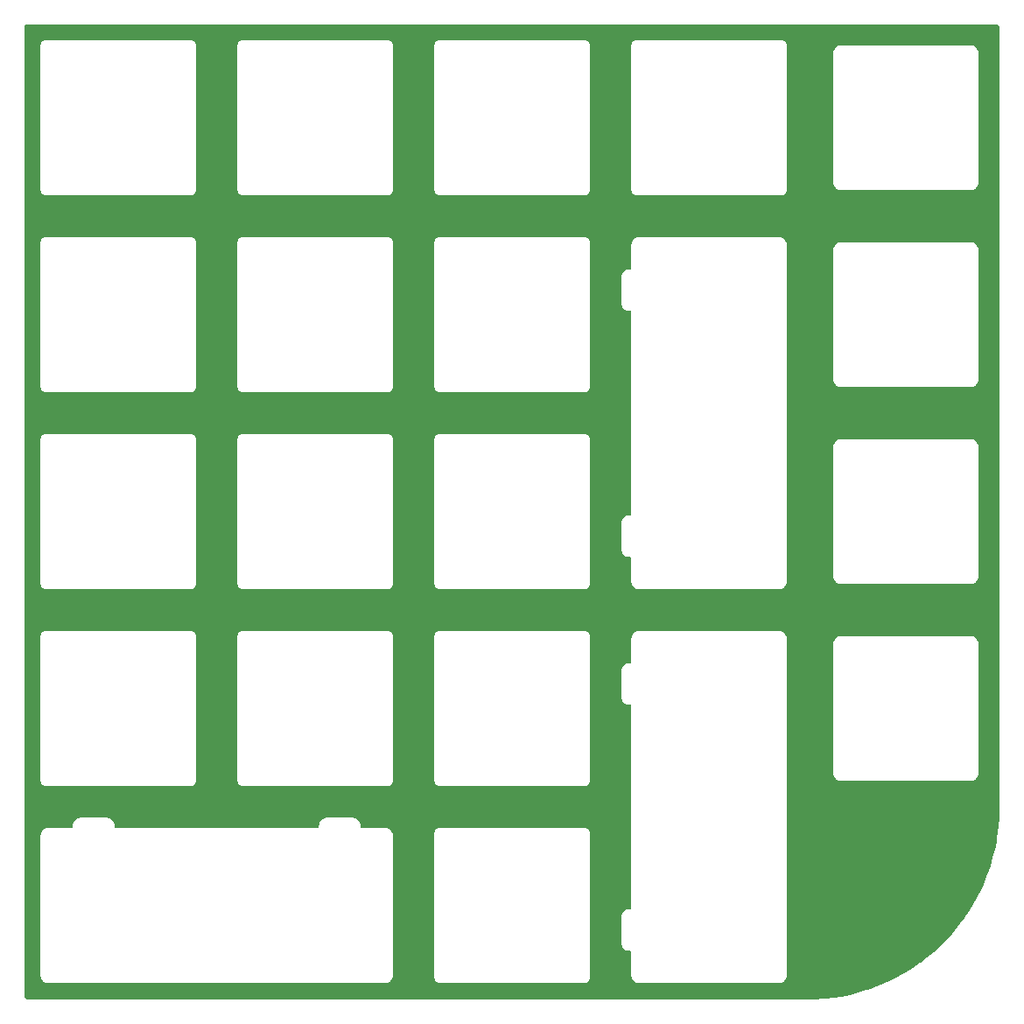
<source format=gbl>
%TF.GenerationSoftware,KiCad,Pcbnew,(5.99.0-12610-g07e01e6297)*%
%TF.CreationDate,2021-11-07T21:17:50+00:00*%
%TF.ProjectId,Envoy-Switchplate,456e766f-792d-4537-9769-746368706c61,rev?*%
%TF.SameCoordinates,Original*%
%TF.FileFunction,Copper,L2,Bot*%
%TF.FilePolarity,Positive*%
%FSLAX46Y46*%
G04 Gerber Fmt 4.6, Leading zero omitted, Abs format (unit mm)*
G04 Created by KiCad (PCBNEW (5.99.0-12610-g07e01e6297)) date 2021-11-07 21:17:50*
%MOMM*%
%LPD*%
G01*
G04 APERTURE LIST*
G04 APERTURE END LIST*
%TA.AperFunction,NonConductor*%
G36*
X187295057Y-66803500D02*
G01*
X187309858Y-66805805D01*
X187309861Y-66805805D01*
X187318730Y-66807186D01*
X187327633Y-66806022D01*
X187336608Y-66806131D01*
X187336605Y-66806339D01*
X187358029Y-66806348D01*
X187365838Y-66807376D01*
X187407164Y-66812817D01*
X187438934Y-66821330D01*
X187444155Y-66823492D01*
X187500174Y-66846696D01*
X187528659Y-66863142D01*
X187581247Y-66903494D01*
X187604506Y-66926753D01*
X187644858Y-66979341D01*
X187661304Y-67007826D01*
X187686670Y-67069064D01*
X187695183Y-67100836D01*
X187701170Y-67146309D01*
X187702239Y-67164294D01*
X187702196Y-67167858D01*
X187700814Y-67176730D01*
X187703274Y-67195539D01*
X187704936Y-67208251D01*
X187706000Y-67224589D01*
X187706000Y-142444672D01*
X187704500Y-142464056D01*
X187700814Y-142487730D01*
X187704114Y-142512965D01*
X187705144Y-142532116D01*
X187687266Y-143328739D01*
X187687013Y-143334380D01*
X187656412Y-143788249D01*
X187631034Y-144164657D01*
X187630527Y-144170288D01*
X187612990Y-144325931D01*
X187539359Y-144979433D01*
X187537358Y-144997191D01*
X187536602Y-145002772D01*
X187448469Y-145559226D01*
X187406423Y-145824696D01*
X187405415Y-145830250D01*
X187388456Y-145913078D01*
X187238498Y-146645466D01*
X187237244Y-146650962D01*
X187033916Y-147457892D01*
X187032412Y-147463343D01*
X186793082Y-148260348D01*
X186791334Y-148265725D01*
X186516502Y-149051150D01*
X186514515Y-149056444D01*
X186204718Y-149828757D01*
X186202500Y-149833946D01*
X186113941Y-150028917D01*
X185858363Y-150591590D01*
X185855910Y-150596685D01*
X185478116Y-151338146D01*
X185475436Y-151343125D01*
X185064778Y-152066855D01*
X185061878Y-152071709D01*
X184619152Y-152776302D01*
X184616037Y-152781021D01*
X184413573Y-153073261D01*
X184163497Y-153434226D01*
X184142159Y-153465025D01*
X184138836Y-153469600D01*
X183634713Y-154131697D01*
X183631187Y-154136117D01*
X183097905Y-154774886D01*
X183094185Y-154779144D01*
X182532761Y-155393367D01*
X182528853Y-155397454D01*
X181940454Y-155985853D01*
X181936367Y-155989761D01*
X181322144Y-156551185D01*
X181317886Y-156554905D01*
X180679117Y-157088187D01*
X180674698Y-157091712D01*
X180037109Y-157577175D01*
X180012600Y-157595836D01*
X180008025Y-157599159D01*
X179324021Y-158073037D01*
X179319302Y-158076152D01*
X178614709Y-158518878D01*
X178609856Y-158521778D01*
X178080088Y-158822378D01*
X177886125Y-158932436D01*
X177881150Y-158935114D01*
X177139671Y-159312917D01*
X177134604Y-159315356D01*
X176376946Y-159659500D01*
X176371766Y-159661714D01*
X175985600Y-159816617D01*
X175599444Y-159971515D01*
X175594150Y-159973502D01*
X175199917Y-160111450D01*
X174808716Y-160248337D01*
X174803357Y-160250079D01*
X174507517Y-160338916D01*
X174006343Y-160489412D01*
X174000895Y-160490915D01*
X173193962Y-160694244D01*
X173188483Y-160695494D01*
X172373250Y-160862415D01*
X172367705Y-160863421D01*
X171545772Y-160993602D01*
X171540208Y-160994356D01*
X171033855Y-161051408D01*
X170713288Y-161087527D01*
X170707657Y-161088034D01*
X170502622Y-161101858D01*
X169877380Y-161144013D01*
X169871748Y-161144266D01*
X169477269Y-161153119D01*
X169082766Y-161161973D01*
X169060554Y-161160505D01*
X169052144Y-161159195D01*
X169052138Y-161159195D01*
X169043270Y-161157814D01*
X169034368Y-161158978D01*
X169034365Y-161158978D01*
X169011749Y-161161936D01*
X168995411Y-161163000D01*
X93775328Y-161163000D01*
X93755943Y-161161500D01*
X93741142Y-161159195D01*
X93741139Y-161159195D01*
X93732270Y-161157814D01*
X93723367Y-161158978D01*
X93714392Y-161158869D01*
X93714395Y-161158661D01*
X93692971Y-161158652D01*
X93678087Y-161156693D01*
X93643836Y-161152183D01*
X93612066Y-161143670D01*
X93581445Y-161130987D01*
X93550826Y-161118304D01*
X93522341Y-161101858D01*
X93469753Y-161061506D01*
X93446494Y-161038247D01*
X93406142Y-160985659D01*
X93389696Y-160957174D01*
X93364330Y-160895936D01*
X93355817Y-160864164D01*
X93350280Y-160822108D01*
X93349749Y-160796455D01*
X93350071Y-160794539D01*
X93350224Y-160782000D01*
X93346273Y-160754412D01*
X93345000Y-160736549D01*
X93345000Y-145300745D01*
X94912275Y-145300745D01*
X94912965Y-145305562D01*
X94916227Y-145328343D01*
X94917499Y-145346204D01*
X94917501Y-158751423D01*
X94916001Y-158770808D01*
X94913697Y-158785608D01*
X94912315Y-158794481D01*
X94915703Y-158820386D01*
X94915703Y-158820387D01*
X94916158Y-158824363D01*
X94928468Y-158949345D01*
X94930263Y-158955263D01*
X94930264Y-158955267D01*
X94970014Y-159086304D01*
X94971811Y-159092228D01*
X94974730Y-159097689D01*
X95039279Y-159218451D01*
X95042197Y-159223911D01*
X95136920Y-159339331D01*
X95252340Y-159434054D01*
X95384023Y-159504440D01*
X95389943Y-159506236D01*
X95389946Y-159506237D01*
X95520984Y-159545987D01*
X95520988Y-159545988D01*
X95526906Y-159547783D01*
X95620843Y-159557035D01*
X95629382Y-159558172D01*
X95662961Y-159563821D01*
X95669289Y-159563898D01*
X95670641Y-159563915D01*
X95670645Y-159563915D01*
X95675500Y-159563974D01*
X95703088Y-159560023D01*
X95720951Y-159558750D01*
X110654459Y-159558749D01*
X128172292Y-159558748D01*
X128193195Y-159560494D01*
X128212959Y-159563819D01*
X128219097Y-159563894D01*
X128220633Y-159563913D01*
X128220638Y-159563913D01*
X128225498Y-159563972D01*
X128230311Y-159563283D01*
X128230323Y-159563282D01*
X128257560Y-159559381D01*
X128263051Y-159558718D01*
X128374092Y-159547781D01*
X128516976Y-159504439D01*
X128522430Y-159501524D01*
X128522432Y-159501523D01*
X128606597Y-159456536D01*
X128648658Y-159434054D01*
X128764079Y-159339331D01*
X128858802Y-159223911D01*
X128861721Y-159218451D01*
X128914129Y-159120402D01*
X133017024Y-159120402D01*
X133019490Y-159129031D01*
X133019491Y-159129036D01*
X133025139Y-159148798D01*
X133028717Y-159165559D01*
X133031630Y-159185902D01*
X133031633Y-159185912D01*
X133032905Y-159194795D01*
X133043521Y-159218145D01*
X133049964Y-159235657D01*
X133057012Y-159260315D01*
X133072774Y-159285298D01*
X133080904Y-159300364D01*
X133093133Y-159327260D01*
X133109874Y-159346689D01*
X133120979Y-159361697D01*
X133134660Y-159383381D01*
X133141388Y-159389323D01*
X133156796Y-159402931D01*
X133168841Y-159415124D01*
X133181768Y-159430126D01*
X133188119Y-159437497D01*
X133195647Y-159442376D01*
X133195650Y-159442379D01*
X133209639Y-159451446D01*
X133224513Y-159462736D01*
X133243728Y-159479706D01*
X133251854Y-159483521D01*
X133251855Y-159483522D01*
X133257521Y-159486182D01*
X133270466Y-159492260D01*
X133285435Y-159500574D01*
X133310227Y-159516643D01*
X133327150Y-159521704D01*
X133334790Y-159523989D01*
X133352236Y-159530651D01*
X133375448Y-159541549D01*
X133404630Y-159546093D01*
X133421349Y-159549876D01*
X133441036Y-159555764D01*
X133441039Y-159555765D01*
X133449641Y-159558337D01*
X133458616Y-159558392D01*
X133458617Y-159558392D01*
X133465310Y-159558433D01*
X133484056Y-159558547D01*
X133484828Y-159558580D01*
X133485923Y-159558750D01*
X133516798Y-159558750D01*
X133517568Y-159558752D01*
X133591216Y-159559202D01*
X133591217Y-159559202D01*
X133595152Y-159559226D01*
X133596496Y-159558842D01*
X133597841Y-159558750D01*
X147516798Y-159558750D01*
X147517569Y-159558752D01*
X147595152Y-159559226D01*
X147603781Y-159556760D01*
X147603786Y-159556759D01*
X147623548Y-159551111D01*
X147640309Y-159547533D01*
X147660652Y-159544620D01*
X147660662Y-159544617D01*
X147669545Y-159543345D01*
X147692895Y-159532729D01*
X147710407Y-159526286D01*
X147726437Y-159521704D01*
X147735065Y-159519238D01*
X147760048Y-159503476D01*
X147775114Y-159495346D01*
X147802010Y-159483117D01*
X147821439Y-159466376D01*
X147836447Y-159455271D01*
X147850539Y-159446380D01*
X147858131Y-159441590D01*
X147877682Y-159419453D01*
X147889874Y-159407409D01*
X147905449Y-159393989D01*
X147905450Y-159393987D01*
X147912247Y-159388131D01*
X147917126Y-159380603D01*
X147917129Y-159380600D01*
X147926196Y-159366611D01*
X147937486Y-159351737D01*
X147944979Y-159343253D01*
X147954456Y-159332522D01*
X147967010Y-159305784D01*
X147975324Y-159290815D01*
X147991393Y-159266023D01*
X147998739Y-159241459D01*
X148005401Y-159224014D01*
X148012483Y-159208929D01*
X148016299Y-159200802D01*
X148020843Y-159171620D01*
X148024626Y-159154901D01*
X148030514Y-159135214D01*
X148030515Y-159135211D01*
X148033087Y-159126609D01*
X148033297Y-159092194D01*
X148033330Y-159091422D01*
X148033500Y-159090327D01*
X148033500Y-159059452D01*
X148033502Y-159058682D01*
X148033952Y-158985034D01*
X148033952Y-158985033D01*
X148033976Y-158981098D01*
X148033592Y-158979754D01*
X148033500Y-158978409D01*
X148033500Y-153175745D01*
X151092275Y-153175745D01*
X151092965Y-153180562D01*
X151096228Y-153203350D01*
X151097500Y-153221211D01*
X151097500Y-155626422D01*
X151096000Y-155645806D01*
X151092314Y-155669480D01*
X151095702Y-155695386D01*
X151096157Y-155699362D01*
X151108467Y-155824344D01*
X151151810Y-155967227D01*
X151154727Y-155972685D01*
X151154729Y-155972689D01*
X151219277Y-156093450D01*
X151222195Y-156098909D01*
X151316918Y-156214329D01*
X151432337Y-156309053D01*
X151564019Y-156379439D01*
X151706902Y-156422783D01*
X151800843Y-156432036D01*
X151809373Y-156433172D01*
X151842956Y-156438822D01*
X151849122Y-156438897D01*
X151850630Y-156438916D01*
X151850635Y-156438916D01*
X151855495Y-156438975D01*
X151883093Y-156435023D01*
X151900953Y-156433751D01*
X151941500Y-156433751D01*
X152009621Y-156453753D01*
X152056114Y-156507409D01*
X152067500Y-156559751D01*
X152067500Y-158751422D01*
X152066000Y-158770807D01*
X152065635Y-158773154D01*
X152062314Y-158794480D01*
X152065401Y-158818084D01*
X152065702Y-158820386D01*
X152066157Y-158824362D01*
X152078467Y-158949344D01*
X152080262Y-158955262D01*
X152080263Y-158955266D01*
X152120013Y-159086304D01*
X152120014Y-159086307D01*
X152121810Y-159092227D01*
X152124727Y-159097685D01*
X152124729Y-159097689D01*
X152189277Y-159218450D01*
X152192195Y-159223909D01*
X152286918Y-159339329D01*
X152291698Y-159343252D01*
X152364416Y-159402931D01*
X152402337Y-159434053D01*
X152534019Y-159504439D01*
X152676902Y-159547783D01*
X152770843Y-159557036D01*
X152779373Y-159558172D01*
X152812956Y-159563822D01*
X152819146Y-159563898D01*
X152820631Y-159563916D01*
X152820636Y-159563916D01*
X152825495Y-159563975D01*
X152841328Y-159561708D01*
X152853093Y-159560023D01*
X152870954Y-159558751D01*
X159040545Y-159558750D01*
X166272294Y-159558749D01*
X166293198Y-159560495D01*
X166312962Y-159563820D01*
X166319290Y-159563897D01*
X166320642Y-159563914D01*
X166320646Y-159563914D01*
X166325501Y-159563973D01*
X166330318Y-159563283D01*
X166330320Y-159563283D01*
X166357547Y-159559384D01*
X166363059Y-159558718D01*
X166467932Y-159548389D01*
X166474095Y-159547782D01*
X166480013Y-159545987D01*
X166480017Y-159545986D01*
X166611055Y-159506236D01*
X166611058Y-159506235D01*
X166616978Y-159504439D01*
X166748661Y-159434053D01*
X166864081Y-159339330D01*
X166958804Y-159223910D01*
X166961723Y-159218450D01*
X167024975Y-159100113D01*
X167029190Y-159092227D01*
X167030986Y-159086307D01*
X167030987Y-159086304D01*
X167070737Y-158955266D01*
X167070738Y-158955262D01*
X167072533Y-158949344D01*
X167081785Y-158855407D01*
X167082923Y-158846858D01*
X167088571Y-158813289D01*
X167088724Y-158800750D01*
X167084772Y-158773154D01*
X167083500Y-158755299D01*
X167083499Y-139244480D01*
X171612314Y-139244480D01*
X171615702Y-139270386D01*
X171616157Y-139274362D01*
X171628467Y-139399344D01*
X171671810Y-139542227D01*
X171742195Y-139673909D01*
X171836918Y-139789329D01*
X171952337Y-139884053D01*
X172084019Y-139954439D01*
X172226902Y-139997783D01*
X172320843Y-140007036D01*
X172329373Y-140008172D01*
X172362956Y-140013822D01*
X172369146Y-140013898D01*
X172370631Y-140013916D01*
X172370636Y-140013916D01*
X172375495Y-140013975D01*
X172391324Y-140011708D01*
X172403100Y-140010022D01*
X172420961Y-140008750D01*
X184822300Y-140008750D01*
X184843204Y-140010496D01*
X184862962Y-140013820D01*
X184869290Y-140013897D01*
X184870642Y-140013914D01*
X184870646Y-140013914D01*
X184875501Y-140013973D01*
X184880318Y-140013283D01*
X184880320Y-140013283D01*
X184907547Y-140009384D01*
X184913059Y-140008718D01*
X185017932Y-139998389D01*
X185024095Y-139997782D01*
X185030013Y-139995987D01*
X185030017Y-139995986D01*
X185161055Y-139956236D01*
X185161058Y-139956235D01*
X185166978Y-139954439D01*
X185298661Y-139884053D01*
X185414081Y-139789330D01*
X185508804Y-139673910D01*
X185511723Y-139668450D01*
X185559809Y-139578486D01*
X185579190Y-139542227D01*
X185622533Y-139399344D01*
X185631785Y-139305407D01*
X185632923Y-139296858D01*
X185638571Y-139263289D01*
X185638724Y-139250750D01*
X185634773Y-139223162D01*
X185633500Y-139205299D01*
X185633500Y-126803958D01*
X185635246Y-126783052D01*
X185636433Y-126776001D01*
X185638571Y-126763291D01*
X185638724Y-126750752D01*
X185638035Y-126745939D01*
X185638034Y-126745927D01*
X185634133Y-126718691D01*
X185633467Y-126713177D01*
X185633219Y-126710650D01*
X185622533Y-126602157D01*
X185620737Y-126596234D01*
X185580987Y-126465196D01*
X185580986Y-126465193D01*
X185579190Y-126459273D01*
X185508804Y-126327590D01*
X185414081Y-126212169D01*
X185298660Y-126117446D01*
X185166977Y-126047060D01*
X185161057Y-126045264D01*
X185161054Y-126045263D01*
X185030015Y-126005513D01*
X185030011Y-126005512D01*
X185024093Y-126003717D01*
X185017932Y-126003110D01*
X185017931Y-126003110D01*
X184930160Y-125994465D01*
X184921610Y-125993326D01*
X184892839Y-125988486D01*
X184892829Y-125988485D01*
X184888037Y-125987679D01*
X184881682Y-125987601D01*
X184880357Y-125987585D01*
X184880353Y-125987585D01*
X184875498Y-125987526D01*
X184847911Y-125991477D01*
X184830048Y-125992750D01*
X172428700Y-125992750D01*
X172407796Y-125991004D01*
X172404832Y-125990505D01*
X172388038Y-125987680D01*
X172381710Y-125987603D01*
X172380358Y-125987586D01*
X172380354Y-125987586D01*
X172375499Y-125987527D01*
X172370682Y-125988217D01*
X172370680Y-125988217D01*
X172343453Y-125992116D01*
X172337941Y-125992782D01*
X172233078Y-126003110D01*
X172226905Y-126003718D01*
X172220987Y-126005513D01*
X172220983Y-126005514D01*
X172089945Y-126045264D01*
X172089942Y-126045265D01*
X172084022Y-126047061D01*
X171952339Y-126117447D01*
X171836919Y-126212170D01*
X171742196Y-126327590D01*
X171671810Y-126459273D01*
X171628467Y-126602156D01*
X171627860Y-126608319D01*
X171618474Y-126703616D01*
X171617581Y-126710650D01*
X171613695Y-126735606D01*
X171613695Y-126735611D01*
X171612314Y-126744480D01*
X171613478Y-126753382D01*
X171613478Y-126753385D01*
X171616436Y-126776001D01*
X171617500Y-126792339D01*
X171617500Y-139201422D01*
X171616000Y-139220806D01*
X171612314Y-139244480D01*
X167083499Y-139244480D01*
X167083498Y-126303958D01*
X167085244Y-126283052D01*
X167087763Y-126268082D01*
X167087763Y-126268081D01*
X167088569Y-126263291D01*
X167088722Y-126250752D01*
X167088033Y-126245939D01*
X167088032Y-126245927D01*
X167084131Y-126218690D01*
X167083465Y-126213177D01*
X167082980Y-126208247D01*
X167072531Y-126102158D01*
X167029189Y-125959274D01*
X167018926Y-125940072D01*
X166961720Y-125833048D01*
X166958804Y-125827592D01*
X166864081Y-125712171D01*
X166748661Y-125617448D01*
X166734559Y-125609910D01*
X166708963Y-125596229D01*
X166616979Y-125547062D01*
X166474096Y-125503718D01*
X166380154Y-125494465D01*
X166371624Y-125493329D01*
X166338041Y-125487679D01*
X166331851Y-125487603D01*
X166330366Y-125487585D01*
X166330361Y-125487585D01*
X166325502Y-125487526D01*
X166309669Y-125489793D01*
X166297904Y-125491478D01*
X166280043Y-125492750D01*
X152878702Y-125492750D01*
X152857801Y-125491004D01*
X152838035Y-125487679D01*
X152831680Y-125487601D01*
X152830355Y-125487585D01*
X152830351Y-125487585D01*
X152825496Y-125487526D01*
X152808139Y-125490012D01*
X152793453Y-125492115D01*
X152787941Y-125492781D01*
X152732334Y-125498258D01*
X152676902Y-125503718D01*
X152534019Y-125547062D01*
X152442035Y-125596229D01*
X152416440Y-125609910D01*
X152402337Y-125617448D01*
X152286917Y-125712171D01*
X152192194Y-125827592D01*
X152189278Y-125833048D01*
X152132073Y-125940072D01*
X152121809Y-125959274D01*
X152078467Y-126102158D01*
X152076961Y-126117446D01*
X152069215Y-126196090D01*
X152068076Y-126204640D01*
X152063236Y-126233411D01*
X152063235Y-126233421D01*
X152062429Y-126238213D01*
X152062276Y-126250752D01*
X152062966Y-126255567D01*
X152066227Y-126278339D01*
X152067500Y-126296202D01*
X152067500Y-128491750D01*
X152047498Y-128559871D01*
X151993842Y-128606364D01*
X151941500Y-128617750D01*
X151908702Y-128617750D01*
X151887801Y-128616004D01*
X151868035Y-128612679D01*
X151861680Y-128612601D01*
X151860355Y-128612585D01*
X151860351Y-128612585D01*
X151855496Y-128612526D01*
X151838139Y-128615012D01*
X151823453Y-128617115D01*
X151817941Y-128617781D01*
X151762334Y-128623258D01*
X151706902Y-128628718D01*
X151564019Y-128672062D01*
X151432337Y-128742448D01*
X151316917Y-128837171D01*
X151222194Y-128952592D01*
X151151809Y-129084274D01*
X151108467Y-129227158D01*
X151107860Y-129233323D01*
X151099215Y-129321090D01*
X151098076Y-129329640D01*
X151093236Y-129358411D01*
X151093235Y-129358421D01*
X151092429Y-129363213D01*
X151092276Y-129375752D01*
X151092966Y-129380567D01*
X151096227Y-129403339D01*
X151097500Y-129421202D01*
X151097500Y-131822548D01*
X151095754Y-131843449D01*
X151092429Y-131863215D01*
X151092276Y-131875754D01*
X151092966Y-131880570D01*
X151096865Y-131907797D01*
X151097531Y-131913309D01*
X151108468Y-132024348D01*
X151151812Y-132167231D01*
X151222198Y-132298913D01*
X151316921Y-132414333D01*
X151432342Y-132509056D01*
X151498183Y-132544248D01*
X151558568Y-132576525D01*
X151558570Y-132576526D01*
X151564024Y-132579441D01*
X151706908Y-132622783D01*
X151741949Y-132626234D01*
X151800840Y-132632035D01*
X151809390Y-132633174D01*
X151838161Y-132638014D01*
X151838171Y-132638015D01*
X151842963Y-132638821D01*
X151849318Y-132638899D01*
X151850643Y-132638915D01*
X151850647Y-132638915D01*
X151855502Y-132638974D01*
X151883090Y-132635023D01*
X151900952Y-132633750D01*
X151941500Y-132633750D01*
X152009621Y-132653752D01*
X152056114Y-132707408D01*
X152067500Y-132759750D01*
X152067500Y-152291750D01*
X152047498Y-152359871D01*
X151993842Y-152406364D01*
X151941500Y-152417750D01*
X151908707Y-152417750D01*
X151887803Y-152416004D01*
X151884637Y-152415471D01*
X151868039Y-152412679D01*
X151861711Y-152412602D01*
X151860359Y-152412585D01*
X151860355Y-152412585D01*
X151855500Y-152412526D01*
X151850683Y-152413216D01*
X151850681Y-152413216D01*
X151823454Y-152417115D01*
X151817942Y-152417781D01*
X151713069Y-152428110D01*
X151706906Y-152428717D01*
X151700988Y-152430512D01*
X151700984Y-152430513D01*
X151569946Y-152470263D01*
X151569943Y-152470264D01*
X151564023Y-152472060D01*
X151558565Y-152474977D01*
X151558561Y-152474979D01*
X151437800Y-152539527D01*
X151432341Y-152542445D01*
X151316921Y-152637168D01*
X151222197Y-152752587D01*
X151151811Y-152884269D01*
X151108467Y-153027152D01*
X151107386Y-153038132D01*
X151099215Y-153121083D01*
X151098078Y-153129623D01*
X151092428Y-153163206D01*
X151092275Y-153175745D01*
X148033500Y-153175745D01*
X148033500Y-145059452D01*
X148033502Y-145058682D01*
X148033843Y-145002795D01*
X148033976Y-144981098D01*
X148031510Y-144972469D01*
X148031509Y-144972464D01*
X148025861Y-144952702D01*
X148022283Y-144935941D01*
X148019370Y-144915598D01*
X148019367Y-144915588D01*
X148018095Y-144906705D01*
X148007479Y-144883355D01*
X148001036Y-144865843D01*
X147996454Y-144849813D01*
X147993988Y-144841185D01*
X147978226Y-144816202D01*
X147970096Y-144801136D01*
X147957867Y-144774240D01*
X147941126Y-144754811D01*
X147930021Y-144739803D01*
X147921130Y-144725711D01*
X147916340Y-144718119D01*
X147894203Y-144698568D01*
X147882159Y-144686376D01*
X147868739Y-144670801D01*
X147868737Y-144670800D01*
X147862881Y-144664003D01*
X147855353Y-144659124D01*
X147855350Y-144659121D01*
X147841361Y-144650054D01*
X147826487Y-144638764D01*
X147814002Y-144627738D01*
X147807272Y-144621794D01*
X147799146Y-144617979D01*
X147799145Y-144617978D01*
X147793479Y-144615318D01*
X147780534Y-144609240D01*
X147765565Y-144600926D01*
X147740773Y-144584857D01*
X147716209Y-144577511D01*
X147698764Y-144570849D01*
X147694327Y-144568766D01*
X147675552Y-144559951D01*
X147646370Y-144555407D01*
X147629651Y-144551624D01*
X147609964Y-144545736D01*
X147609961Y-144545735D01*
X147601359Y-144543163D01*
X147592384Y-144543108D01*
X147592383Y-144543108D01*
X147585690Y-144543067D01*
X147566944Y-144542953D01*
X147566172Y-144542920D01*
X147565077Y-144542750D01*
X147534202Y-144542750D01*
X147533432Y-144542748D01*
X147459784Y-144542298D01*
X147459783Y-144542298D01*
X147455848Y-144542274D01*
X147454504Y-144542658D01*
X147453159Y-144542750D01*
X133534202Y-144542750D01*
X133533432Y-144542748D01*
X133532578Y-144542743D01*
X133455848Y-144542274D01*
X133447219Y-144544740D01*
X133447214Y-144544741D01*
X133427452Y-144550389D01*
X133410691Y-144553967D01*
X133390348Y-144556880D01*
X133390338Y-144556883D01*
X133381455Y-144558155D01*
X133358105Y-144568771D01*
X133340593Y-144575214D01*
X133332557Y-144577511D01*
X133315935Y-144582262D01*
X133290952Y-144598024D01*
X133275886Y-144606154D01*
X133248990Y-144618383D01*
X133229561Y-144635124D01*
X133214553Y-144646229D01*
X133192869Y-144659910D01*
X133186927Y-144666638D01*
X133173319Y-144682046D01*
X133161127Y-144694090D01*
X133138753Y-144713369D01*
X133133874Y-144720897D01*
X133133871Y-144720900D01*
X133124804Y-144734889D01*
X133113514Y-144749763D01*
X133096544Y-144768978D01*
X133083990Y-144795716D01*
X133075676Y-144810685D01*
X133059607Y-144835477D01*
X133057035Y-144844077D01*
X133052261Y-144860040D01*
X133045599Y-144877486D01*
X133034701Y-144900698D01*
X133030158Y-144929878D01*
X133026374Y-144946599D01*
X133020486Y-144966286D01*
X133020485Y-144966289D01*
X133017913Y-144974891D01*
X133017743Y-145002795D01*
X133017703Y-145009296D01*
X133017670Y-145010078D01*
X133017500Y-145011173D01*
X133017500Y-145042048D01*
X133017498Y-145042818D01*
X133017024Y-145120402D01*
X133017408Y-145121746D01*
X133017500Y-145123091D01*
X133017500Y-159042048D01*
X133017498Y-159042818D01*
X133017024Y-159120402D01*
X128914129Y-159120402D01*
X128915609Y-159117633D01*
X128929188Y-159092229D01*
X128972532Y-158949346D01*
X128981785Y-158855404D01*
X128982921Y-158846874D01*
X128988571Y-158813291D01*
X128988724Y-158800752D01*
X128984772Y-158773154D01*
X128983500Y-158755293D01*
X128983500Y-145353952D01*
X128985246Y-145333048D01*
X128988571Y-145313285D01*
X128988724Y-145300746D01*
X128984135Y-145268703D01*
X128983469Y-145263191D01*
X128976732Y-145194795D01*
X128972532Y-145152152D01*
X128929188Y-145009269D01*
X128858802Y-144877587D01*
X128764079Y-144762167D01*
X128648658Y-144667444D01*
X128556113Y-144617978D01*
X128522432Y-144599975D01*
X128522430Y-144599974D01*
X128516976Y-144597059D01*
X128374092Y-144553717D01*
X128339051Y-144550266D01*
X128280160Y-144544465D01*
X128271610Y-144543326D01*
X128242839Y-144538486D01*
X128242829Y-144538485D01*
X128238037Y-144537679D01*
X128231682Y-144537601D01*
X128230357Y-144537585D01*
X128230353Y-144537585D01*
X128225498Y-144537526D01*
X128197911Y-144541477D01*
X128180048Y-144542750D01*
X125984500Y-144542750D01*
X125916379Y-144522748D01*
X125869886Y-144469092D01*
X125858500Y-144416750D01*
X125858500Y-144383952D01*
X125860246Y-144363048D01*
X125862764Y-144348079D01*
X125863571Y-144343285D01*
X125863724Y-144330746D01*
X125859135Y-144298703D01*
X125858469Y-144293191D01*
X125848139Y-144188316D01*
X125847532Y-144182152D01*
X125804188Y-144039269D01*
X125733802Y-143907587D01*
X125639079Y-143792167D01*
X125523658Y-143697444D01*
X125397439Y-143629979D01*
X125397432Y-143629975D01*
X125397430Y-143629974D01*
X125391976Y-143627059D01*
X125249092Y-143583717D01*
X125214051Y-143580266D01*
X125155160Y-143574465D01*
X125146610Y-143573326D01*
X125117839Y-143568486D01*
X125117829Y-143568485D01*
X125113037Y-143567679D01*
X125106682Y-143567601D01*
X125105357Y-143567585D01*
X125105353Y-143567585D01*
X125100498Y-143567526D01*
X125072911Y-143571477D01*
X125055048Y-143572750D01*
X122653702Y-143572750D01*
X122632801Y-143571004D01*
X122613035Y-143567679D01*
X122606680Y-143567601D01*
X122605355Y-143567585D01*
X122605351Y-143567585D01*
X122600496Y-143567526D01*
X122583139Y-143570012D01*
X122568453Y-143572115D01*
X122562941Y-143572781D01*
X122507334Y-143578258D01*
X122451902Y-143583718D01*
X122309019Y-143627062D01*
X122198639Y-143686062D01*
X122182804Y-143694526D01*
X122177337Y-143697448D01*
X122061917Y-143792171D01*
X121967194Y-143907592D01*
X121896809Y-144039274D01*
X121853467Y-144182158D01*
X121852860Y-144188323D01*
X121844215Y-144276090D01*
X121843076Y-144284640D01*
X121838236Y-144313411D01*
X121838236Y-144313413D01*
X121837429Y-144318213D01*
X121837276Y-144330752D01*
X121841227Y-144358339D01*
X121842500Y-144376202D01*
X121842500Y-144416750D01*
X121822498Y-144484871D01*
X121768842Y-144531364D01*
X121716500Y-144542750D01*
X102184500Y-144542750D01*
X102116379Y-144522748D01*
X102069886Y-144469092D01*
X102058500Y-144416750D01*
X102058500Y-144383957D01*
X102060246Y-144363053D01*
X102062764Y-144348085D01*
X102062765Y-144348079D01*
X102063571Y-144343289D01*
X102063724Y-144330750D01*
X102063034Y-144325930D01*
X102059135Y-144298704D01*
X102058469Y-144293192D01*
X102048140Y-144188319D01*
X102047533Y-144182156D01*
X102004190Y-144039273D01*
X102001270Y-144033809D01*
X101936723Y-143913050D01*
X101936722Y-143913048D01*
X101933805Y-143907591D01*
X101839082Y-143792171D01*
X101834302Y-143788248D01*
X101728453Y-143701378D01*
X101728449Y-143701375D01*
X101723663Y-143697447D01*
X101591981Y-143627061D01*
X101449098Y-143583717D01*
X101355157Y-143574464D01*
X101346627Y-143573328D01*
X101313044Y-143567678D01*
X101306854Y-143567602D01*
X101305369Y-143567584D01*
X101305364Y-143567584D01*
X101300505Y-143567525D01*
X101284676Y-143569792D01*
X101272900Y-143571478D01*
X101255039Y-143572750D01*
X98853707Y-143572750D01*
X98832803Y-143571004D01*
X98829637Y-143570471D01*
X98813039Y-143567679D01*
X98806711Y-143567602D01*
X98805359Y-143567585D01*
X98805355Y-143567585D01*
X98800500Y-143567526D01*
X98795683Y-143568216D01*
X98795681Y-143568216D01*
X98768454Y-143572115D01*
X98762942Y-143572781D01*
X98658069Y-143583110D01*
X98651906Y-143583717D01*
X98645988Y-143585512D01*
X98645984Y-143585513D01*
X98514946Y-143625263D01*
X98514943Y-143625264D01*
X98509023Y-143627060D01*
X98503565Y-143629977D01*
X98503561Y-143629979D01*
X98382802Y-143694526D01*
X98377341Y-143697445D01*
X98261921Y-143792168D01*
X98167197Y-143907587D01*
X98096811Y-144039269D01*
X98053467Y-144182152D01*
X98052860Y-144188316D01*
X98044215Y-144276083D01*
X98043078Y-144284623D01*
X98037428Y-144318206D01*
X98037275Y-144330745D01*
X98039757Y-144348079D01*
X98041227Y-144358342D01*
X98042499Y-144376203D01*
X98042499Y-144416750D01*
X98022497Y-144484871D01*
X97968841Y-144531364D01*
X97916499Y-144542750D01*
X95728707Y-144542750D01*
X95707803Y-144541004D01*
X95704637Y-144540471D01*
X95688039Y-144537679D01*
X95681711Y-144537602D01*
X95680359Y-144537585D01*
X95680355Y-144537585D01*
X95675500Y-144537526D01*
X95670683Y-144538216D01*
X95670681Y-144538216D01*
X95643454Y-144542115D01*
X95637942Y-144542781D01*
X95536714Y-144552751D01*
X95526906Y-144553717D01*
X95520988Y-144555512D01*
X95520984Y-144555513D01*
X95389946Y-144595263D01*
X95389943Y-144595264D01*
X95384023Y-144597060D01*
X95378565Y-144599977D01*
X95378561Y-144599979D01*
X95257800Y-144664527D01*
X95252341Y-144667445D01*
X95136921Y-144762168D01*
X95042197Y-144877587D01*
X94971811Y-145009269D01*
X94928467Y-145152152D01*
X94927386Y-145163133D01*
X94919215Y-145246083D01*
X94918078Y-145254623D01*
X94912428Y-145288206D01*
X94912275Y-145300745D01*
X93345000Y-145300745D01*
X93345000Y-140070402D01*
X94917024Y-140070402D01*
X94919490Y-140079031D01*
X94919491Y-140079036D01*
X94925139Y-140098798D01*
X94928717Y-140115559D01*
X94931630Y-140135902D01*
X94931633Y-140135912D01*
X94932905Y-140144795D01*
X94943521Y-140168145D01*
X94949964Y-140185657D01*
X94957012Y-140210315D01*
X94972774Y-140235298D01*
X94980904Y-140250364D01*
X94993133Y-140277260D01*
X95009874Y-140296689D01*
X95020979Y-140311697D01*
X95034660Y-140333381D01*
X95041388Y-140339323D01*
X95056796Y-140352931D01*
X95068840Y-140365123D01*
X95088119Y-140387497D01*
X95095647Y-140392376D01*
X95095650Y-140392379D01*
X95109639Y-140401446D01*
X95124513Y-140412736D01*
X95143728Y-140429706D01*
X95151854Y-140433521D01*
X95151855Y-140433522D01*
X95157521Y-140436182D01*
X95170466Y-140442260D01*
X95185435Y-140450574D01*
X95210227Y-140466643D01*
X95227150Y-140471704D01*
X95234790Y-140473989D01*
X95252236Y-140480651D01*
X95275448Y-140491549D01*
X95304630Y-140496093D01*
X95321349Y-140499876D01*
X95341036Y-140505764D01*
X95341039Y-140505765D01*
X95349641Y-140508337D01*
X95358616Y-140508392D01*
X95358617Y-140508392D01*
X95365310Y-140508433D01*
X95384056Y-140508547D01*
X95384828Y-140508580D01*
X95385923Y-140508750D01*
X95416798Y-140508750D01*
X95417568Y-140508752D01*
X95491216Y-140509202D01*
X95491217Y-140509202D01*
X95495152Y-140509226D01*
X95496496Y-140508842D01*
X95497841Y-140508750D01*
X109416798Y-140508750D01*
X109417569Y-140508752D01*
X109495152Y-140509226D01*
X109503781Y-140506760D01*
X109503786Y-140506759D01*
X109523548Y-140501111D01*
X109540309Y-140497533D01*
X109560652Y-140494620D01*
X109560662Y-140494617D01*
X109569545Y-140493345D01*
X109592895Y-140482729D01*
X109610407Y-140476286D01*
X109626437Y-140471704D01*
X109635065Y-140469238D01*
X109660048Y-140453476D01*
X109675114Y-140445346D01*
X109702010Y-140433117D01*
X109721439Y-140416376D01*
X109736447Y-140405271D01*
X109750539Y-140396380D01*
X109758131Y-140391590D01*
X109777682Y-140369453D01*
X109789874Y-140357409D01*
X109805449Y-140343989D01*
X109805450Y-140343987D01*
X109812247Y-140338131D01*
X109817126Y-140330603D01*
X109817129Y-140330600D01*
X109826196Y-140316611D01*
X109837486Y-140301737D01*
X109848512Y-140289252D01*
X109854456Y-140282522D01*
X109867010Y-140255784D01*
X109875324Y-140240815D01*
X109891393Y-140216023D01*
X109898739Y-140191459D01*
X109905401Y-140174014D01*
X109912483Y-140158929D01*
X109916299Y-140150802D01*
X109920843Y-140121620D01*
X109924626Y-140104901D01*
X109930514Y-140085214D01*
X109930515Y-140085211D01*
X109933087Y-140076609D01*
X109933125Y-140070402D01*
X113967024Y-140070402D01*
X113969490Y-140079031D01*
X113969491Y-140079036D01*
X113975139Y-140098798D01*
X113978717Y-140115559D01*
X113981630Y-140135902D01*
X113981633Y-140135912D01*
X113982905Y-140144795D01*
X113993521Y-140168145D01*
X113999964Y-140185657D01*
X114007012Y-140210315D01*
X114022774Y-140235298D01*
X114030904Y-140250364D01*
X114043133Y-140277260D01*
X114059874Y-140296689D01*
X114070979Y-140311697D01*
X114084660Y-140333381D01*
X114091388Y-140339323D01*
X114106796Y-140352931D01*
X114118840Y-140365123D01*
X114138119Y-140387497D01*
X114145647Y-140392376D01*
X114145650Y-140392379D01*
X114159639Y-140401446D01*
X114174513Y-140412736D01*
X114193728Y-140429706D01*
X114201854Y-140433521D01*
X114201855Y-140433522D01*
X114207521Y-140436182D01*
X114220466Y-140442260D01*
X114235435Y-140450574D01*
X114260227Y-140466643D01*
X114277150Y-140471704D01*
X114284790Y-140473989D01*
X114302236Y-140480651D01*
X114325448Y-140491549D01*
X114354630Y-140496093D01*
X114371349Y-140499876D01*
X114391036Y-140505764D01*
X114391039Y-140505765D01*
X114399641Y-140508337D01*
X114408616Y-140508392D01*
X114408617Y-140508392D01*
X114415310Y-140508433D01*
X114434056Y-140508547D01*
X114434828Y-140508580D01*
X114435923Y-140508750D01*
X114466798Y-140508750D01*
X114467568Y-140508752D01*
X114541216Y-140509202D01*
X114541217Y-140509202D01*
X114545152Y-140509226D01*
X114546496Y-140508842D01*
X114547841Y-140508750D01*
X128466798Y-140508750D01*
X128467569Y-140508752D01*
X128545152Y-140509226D01*
X128553781Y-140506760D01*
X128553786Y-140506759D01*
X128573548Y-140501111D01*
X128590309Y-140497533D01*
X128610652Y-140494620D01*
X128610662Y-140494617D01*
X128619545Y-140493345D01*
X128642895Y-140482729D01*
X128660407Y-140476286D01*
X128676437Y-140471704D01*
X128685065Y-140469238D01*
X128710048Y-140453476D01*
X128725114Y-140445346D01*
X128752010Y-140433117D01*
X128771439Y-140416376D01*
X128786447Y-140405271D01*
X128800539Y-140396380D01*
X128808131Y-140391590D01*
X128827682Y-140369453D01*
X128839874Y-140357409D01*
X128855449Y-140343989D01*
X128855450Y-140343987D01*
X128862247Y-140338131D01*
X128867126Y-140330603D01*
X128867129Y-140330600D01*
X128876196Y-140316611D01*
X128887486Y-140301737D01*
X128898512Y-140289252D01*
X128904456Y-140282522D01*
X128917010Y-140255784D01*
X128925324Y-140240815D01*
X128941393Y-140216023D01*
X128948739Y-140191459D01*
X128955401Y-140174014D01*
X128962483Y-140158929D01*
X128966299Y-140150802D01*
X128970843Y-140121620D01*
X128974626Y-140104901D01*
X128980514Y-140085214D01*
X128980515Y-140085211D01*
X128983087Y-140076609D01*
X128983125Y-140070402D01*
X133017024Y-140070402D01*
X133019490Y-140079031D01*
X133019491Y-140079036D01*
X133025139Y-140098798D01*
X133028717Y-140115559D01*
X133031630Y-140135902D01*
X133031633Y-140135912D01*
X133032905Y-140144795D01*
X133043521Y-140168145D01*
X133049964Y-140185657D01*
X133057012Y-140210315D01*
X133072774Y-140235298D01*
X133080904Y-140250364D01*
X133093133Y-140277260D01*
X133109874Y-140296689D01*
X133120979Y-140311697D01*
X133134660Y-140333381D01*
X133141388Y-140339323D01*
X133156796Y-140352931D01*
X133168840Y-140365123D01*
X133188119Y-140387497D01*
X133195647Y-140392376D01*
X133195650Y-140392379D01*
X133209639Y-140401446D01*
X133224513Y-140412736D01*
X133243728Y-140429706D01*
X133251854Y-140433521D01*
X133251855Y-140433522D01*
X133257521Y-140436182D01*
X133270466Y-140442260D01*
X133285435Y-140450574D01*
X133310227Y-140466643D01*
X133327150Y-140471704D01*
X133334790Y-140473989D01*
X133352236Y-140480651D01*
X133375448Y-140491549D01*
X133404630Y-140496093D01*
X133421349Y-140499876D01*
X133441036Y-140505764D01*
X133441039Y-140505765D01*
X133449641Y-140508337D01*
X133458616Y-140508392D01*
X133458617Y-140508392D01*
X133465310Y-140508433D01*
X133484056Y-140508547D01*
X133484828Y-140508580D01*
X133485923Y-140508750D01*
X133516798Y-140508750D01*
X133517568Y-140508752D01*
X133591216Y-140509202D01*
X133591217Y-140509202D01*
X133595152Y-140509226D01*
X133596496Y-140508842D01*
X133597841Y-140508750D01*
X147516798Y-140508750D01*
X147517569Y-140508752D01*
X147595152Y-140509226D01*
X147603781Y-140506760D01*
X147603786Y-140506759D01*
X147623548Y-140501111D01*
X147640309Y-140497533D01*
X147660652Y-140494620D01*
X147660662Y-140494617D01*
X147669545Y-140493345D01*
X147692895Y-140482729D01*
X147710407Y-140476286D01*
X147726437Y-140471704D01*
X147735065Y-140469238D01*
X147760048Y-140453476D01*
X147775114Y-140445346D01*
X147802010Y-140433117D01*
X147821439Y-140416376D01*
X147836447Y-140405271D01*
X147850539Y-140396380D01*
X147858131Y-140391590D01*
X147877682Y-140369453D01*
X147889874Y-140357409D01*
X147905449Y-140343989D01*
X147905450Y-140343987D01*
X147912247Y-140338131D01*
X147917126Y-140330603D01*
X147917129Y-140330600D01*
X147926196Y-140316611D01*
X147937486Y-140301737D01*
X147948512Y-140289252D01*
X147954456Y-140282522D01*
X147967010Y-140255784D01*
X147975324Y-140240815D01*
X147991393Y-140216023D01*
X147998739Y-140191459D01*
X148005401Y-140174014D01*
X148012483Y-140158929D01*
X148016299Y-140150802D01*
X148020843Y-140121620D01*
X148024626Y-140104901D01*
X148030514Y-140085214D01*
X148030515Y-140085211D01*
X148033087Y-140076609D01*
X148033297Y-140042194D01*
X148033330Y-140041422D01*
X148033500Y-140040327D01*
X148033500Y-140009384D01*
X148033502Y-140008663D01*
X148033952Y-139935034D01*
X148033952Y-139935033D01*
X148033976Y-139931098D01*
X148033592Y-139929754D01*
X148033500Y-139928409D01*
X148033500Y-126009452D01*
X148033502Y-126008682D01*
X148033921Y-125940072D01*
X148033976Y-125931098D01*
X148031510Y-125922469D01*
X148031509Y-125922464D01*
X148025861Y-125902702D01*
X148022283Y-125885941D01*
X148019370Y-125865598D01*
X148019367Y-125865588D01*
X148018095Y-125856705D01*
X148007479Y-125833355D01*
X148001036Y-125815843D01*
X147996454Y-125799813D01*
X147993988Y-125791185D01*
X147978226Y-125766202D01*
X147970096Y-125751136D01*
X147957867Y-125724240D01*
X147941126Y-125704811D01*
X147930021Y-125689803D01*
X147921130Y-125675711D01*
X147916340Y-125668119D01*
X147894203Y-125648568D01*
X147882159Y-125636376D01*
X147868739Y-125620801D01*
X147868737Y-125620800D01*
X147862881Y-125614003D01*
X147855353Y-125609124D01*
X147855350Y-125609121D01*
X147841361Y-125600054D01*
X147826487Y-125588764D01*
X147814002Y-125577738D01*
X147807272Y-125571794D01*
X147799146Y-125567979D01*
X147799145Y-125567978D01*
X147793479Y-125565318D01*
X147780534Y-125559240D01*
X147765565Y-125550926D01*
X147740773Y-125534857D01*
X147716209Y-125527511D01*
X147698764Y-125520849D01*
X147694327Y-125518766D01*
X147675552Y-125509951D01*
X147646370Y-125505407D01*
X147629651Y-125501624D01*
X147609964Y-125495736D01*
X147609961Y-125495735D01*
X147601359Y-125493163D01*
X147592384Y-125493108D01*
X147592383Y-125493108D01*
X147585690Y-125493067D01*
X147566944Y-125492953D01*
X147566172Y-125492920D01*
X147565077Y-125492750D01*
X147534202Y-125492750D01*
X147533432Y-125492748D01*
X147459784Y-125492298D01*
X147459783Y-125492298D01*
X147455848Y-125492274D01*
X147454504Y-125492658D01*
X147453159Y-125492750D01*
X133534202Y-125492750D01*
X133533432Y-125492748D01*
X133532578Y-125492743D01*
X133455848Y-125492274D01*
X133447219Y-125494740D01*
X133447214Y-125494741D01*
X133427452Y-125500389D01*
X133410691Y-125503967D01*
X133390348Y-125506880D01*
X133390338Y-125506883D01*
X133381455Y-125508155D01*
X133358105Y-125518771D01*
X133340593Y-125525214D01*
X133332557Y-125527511D01*
X133315935Y-125532262D01*
X133290952Y-125548024D01*
X133275886Y-125556154D01*
X133248990Y-125568383D01*
X133229561Y-125585124D01*
X133214553Y-125596229D01*
X133192869Y-125609910D01*
X133186927Y-125616638D01*
X133173319Y-125632046D01*
X133161127Y-125644090D01*
X133138753Y-125663369D01*
X133133874Y-125670897D01*
X133133871Y-125670900D01*
X133124804Y-125684889D01*
X133113514Y-125699763D01*
X133096544Y-125718978D01*
X133083990Y-125745716D01*
X133075676Y-125760685D01*
X133059607Y-125785477D01*
X133057035Y-125794077D01*
X133052261Y-125810040D01*
X133045599Y-125827486D01*
X133034701Y-125850698D01*
X133030158Y-125879878D01*
X133026374Y-125896599D01*
X133020486Y-125916286D01*
X133020485Y-125916289D01*
X133017913Y-125924891D01*
X133017858Y-125933866D01*
X133017858Y-125933867D01*
X133017703Y-125959296D01*
X133017670Y-125960078D01*
X133017500Y-125961173D01*
X133017500Y-125992048D01*
X133017498Y-125992750D01*
X133017024Y-126070402D01*
X133017408Y-126071746D01*
X133017500Y-126073091D01*
X133017500Y-139992048D01*
X133017498Y-139992818D01*
X133017024Y-140070402D01*
X128983125Y-140070402D01*
X128983297Y-140042194D01*
X128983330Y-140041422D01*
X128983500Y-140040327D01*
X128983500Y-140009384D01*
X128983502Y-140008663D01*
X128983952Y-139935034D01*
X128983952Y-139935033D01*
X128983976Y-139931098D01*
X128983592Y-139929754D01*
X128983500Y-139928409D01*
X128983500Y-126009452D01*
X128983502Y-126008682D01*
X128983921Y-125940072D01*
X128983976Y-125931098D01*
X128981510Y-125922469D01*
X128981509Y-125922464D01*
X128975861Y-125902702D01*
X128972283Y-125885941D01*
X128969370Y-125865598D01*
X128969367Y-125865588D01*
X128968095Y-125856705D01*
X128957479Y-125833355D01*
X128951036Y-125815843D01*
X128946454Y-125799813D01*
X128943988Y-125791185D01*
X128928226Y-125766202D01*
X128920096Y-125751136D01*
X128907867Y-125724240D01*
X128891126Y-125704811D01*
X128880021Y-125689803D01*
X128871130Y-125675711D01*
X128866340Y-125668119D01*
X128844203Y-125648568D01*
X128832159Y-125636376D01*
X128818739Y-125620801D01*
X128818737Y-125620800D01*
X128812881Y-125614003D01*
X128805353Y-125609124D01*
X128805350Y-125609121D01*
X128791361Y-125600054D01*
X128776487Y-125588764D01*
X128764002Y-125577738D01*
X128757272Y-125571794D01*
X128749146Y-125567979D01*
X128749145Y-125567978D01*
X128743479Y-125565318D01*
X128730534Y-125559240D01*
X128715565Y-125550926D01*
X128690773Y-125534857D01*
X128666209Y-125527511D01*
X128648764Y-125520849D01*
X128644327Y-125518766D01*
X128625552Y-125509951D01*
X128596370Y-125505407D01*
X128579651Y-125501624D01*
X128559964Y-125495736D01*
X128559961Y-125495735D01*
X128551359Y-125493163D01*
X128542384Y-125493108D01*
X128542383Y-125493108D01*
X128535690Y-125493067D01*
X128516944Y-125492953D01*
X128516172Y-125492920D01*
X128515077Y-125492750D01*
X128484202Y-125492750D01*
X128483432Y-125492748D01*
X128409784Y-125492298D01*
X128409783Y-125492298D01*
X128405848Y-125492274D01*
X128404504Y-125492658D01*
X128403159Y-125492750D01*
X114484202Y-125492750D01*
X114483432Y-125492748D01*
X114482578Y-125492743D01*
X114405848Y-125492274D01*
X114397219Y-125494740D01*
X114397214Y-125494741D01*
X114377452Y-125500389D01*
X114360691Y-125503967D01*
X114340348Y-125506880D01*
X114340338Y-125506883D01*
X114331455Y-125508155D01*
X114308105Y-125518771D01*
X114290593Y-125525214D01*
X114282557Y-125527511D01*
X114265935Y-125532262D01*
X114240952Y-125548024D01*
X114225886Y-125556154D01*
X114198990Y-125568383D01*
X114179561Y-125585124D01*
X114164553Y-125596229D01*
X114142869Y-125609910D01*
X114136927Y-125616638D01*
X114123319Y-125632046D01*
X114111127Y-125644090D01*
X114088753Y-125663369D01*
X114083874Y-125670897D01*
X114083871Y-125670900D01*
X114074804Y-125684889D01*
X114063514Y-125699763D01*
X114046544Y-125718978D01*
X114033990Y-125745716D01*
X114025676Y-125760685D01*
X114009607Y-125785477D01*
X114007035Y-125794077D01*
X114002261Y-125810040D01*
X113995599Y-125827486D01*
X113984701Y-125850698D01*
X113980158Y-125879878D01*
X113976374Y-125896599D01*
X113970486Y-125916286D01*
X113970485Y-125916289D01*
X113967913Y-125924891D01*
X113967858Y-125933866D01*
X113967858Y-125933867D01*
X113967703Y-125959296D01*
X113967670Y-125960078D01*
X113967500Y-125961173D01*
X113967500Y-125992048D01*
X113967498Y-125992750D01*
X113967024Y-126070402D01*
X113967408Y-126071746D01*
X113967500Y-126073091D01*
X113967500Y-139992048D01*
X113967498Y-139992818D01*
X113967024Y-140070402D01*
X109933125Y-140070402D01*
X109933297Y-140042194D01*
X109933330Y-140041422D01*
X109933500Y-140040327D01*
X109933500Y-140009384D01*
X109933502Y-140008663D01*
X109933952Y-139935034D01*
X109933952Y-139935033D01*
X109933976Y-139931098D01*
X109933592Y-139929754D01*
X109933500Y-139928409D01*
X109933500Y-126009452D01*
X109933502Y-126008682D01*
X109933921Y-125940072D01*
X109933976Y-125931098D01*
X109931510Y-125922469D01*
X109931509Y-125922464D01*
X109925861Y-125902702D01*
X109922283Y-125885941D01*
X109919370Y-125865598D01*
X109919367Y-125865588D01*
X109918095Y-125856705D01*
X109907479Y-125833355D01*
X109901036Y-125815843D01*
X109896454Y-125799813D01*
X109893988Y-125791185D01*
X109878226Y-125766202D01*
X109870096Y-125751136D01*
X109857867Y-125724240D01*
X109841126Y-125704811D01*
X109830021Y-125689803D01*
X109821130Y-125675711D01*
X109816340Y-125668119D01*
X109794203Y-125648568D01*
X109782159Y-125636376D01*
X109768739Y-125620801D01*
X109768737Y-125620800D01*
X109762881Y-125614003D01*
X109755353Y-125609124D01*
X109755350Y-125609121D01*
X109741361Y-125600054D01*
X109726487Y-125588764D01*
X109714002Y-125577738D01*
X109707272Y-125571794D01*
X109699146Y-125567979D01*
X109699145Y-125567978D01*
X109693479Y-125565318D01*
X109680534Y-125559240D01*
X109665565Y-125550926D01*
X109640773Y-125534857D01*
X109616209Y-125527511D01*
X109598764Y-125520849D01*
X109594327Y-125518766D01*
X109575552Y-125509951D01*
X109546370Y-125505407D01*
X109529651Y-125501624D01*
X109509964Y-125495736D01*
X109509961Y-125495735D01*
X109501359Y-125493163D01*
X109492384Y-125493108D01*
X109492383Y-125493108D01*
X109485690Y-125493067D01*
X109466944Y-125492953D01*
X109466172Y-125492920D01*
X109465077Y-125492750D01*
X109434202Y-125492750D01*
X109433432Y-125492748D01*
X109359784Y-125492298D01*
X109359783Y-125492298D01*
X109355848Y-125492274D01*
X109354504Y-125492658D01*
X109353159Y-125492750D01*
X95434202Y-125492750D01*
X95433432Y-125492748D01*
X95432578Y-125492743D01*
X95355848Y-125492274D01*
X95347219Y-125494740D01*
X95347214Y-125494741D01*
X95327452Y-125500389D01*
X95310691Y-125503967D01*
X95290348Y-125506880D01*
X95290338Y-125506883D01*
X95281455Y-125508155D01*
X95258105Y-125518771D01*
X95240593Y-125525214D01*
X95232557Y-125527511D01*
X95215935Y-125532262D01*
X95190952Y-125548024D01*
X95175886Y-125556154D01*
X95148990Y-125568383D01*
X95129561Y-125585124D01*
X95114553Y-125596229D01*
X95092869Y-125609910D01*
X95086927Y-125616638D01*
X95073319Y-125632046D01*
X95061127Y-125644090D01*
X95038753Y-125663369D01*
X95033874Y-125670897D01*
X95033871Y-125670900D01*
X95024804Y-125684889D01*
X95013514Y-125699763D01*
X94996544Y-125718978D01*
X94983990Y-125745716D01*
X94975676Y-125760685D01*
X94959607Y-125785477D01*
X94957035Y-125794077D01*
X94952261Y-125810040D01*
X94945599Y-125827486D01*
X94934701Y-125850698D01*
X94930158Y-125879878D01*
X94926374Y-125896599D01*
X94920486Y-125916286D01*
X94920485Y-125916289D01*
X94917913Y-125924891D01*
X94917858Y-125933866D01*
X94917858Y-125933867D01*
X94917703Y-125959296D01*
X94917670Y-125960078D01*
X94917500Y-125961173D01*
X94917500Y-125992048D01*
X94917498Y-125992750D01*
X94917024Y-126070402D01*
X94917408Y-126071746D01*
X94917500Y-126073091D01*
X94917500Y-139992048D01*
X94917498Y-139992818D01*
X94917024Y-140070402D01*
X93345000Y-140070402D01*
X93345000Y-121020402D01*
X94917024Y-121020402D01*
X94919490Y-121029031D01*
X94919491Y-121029036D01*
X94925139Y-121048798D01*
X94928717Y-121065559D01*
X94931630Y-121085902D01*
X94931633Y-121085912D01*
X94932905Y-121094795D01*
X94943521Y-121118145D01*
X94949964Y-121135657D01*
X94957012Y-121160315D01*
X94972774Y-121185298D01*
X94980904Y-121200364D01*
X94993133Y-121227260D01*
X95009874Y-121246689D01*
X95020979Y-121261697D01*
X95034660Y-121283381D01*
X95041388Y-121289323D01*
X95056796Y-121302931D01*
X95068841Y-121315124D01*
X95081768Y-121330126D01*
X95088119Y-121337497D01*
X95095647Y-121342376D01*
X95095650Y-121342379D01*
X95109639Y-121351446D01*
X95124513Y-121362736D01*
X95143728Y-121379706D01*
X95151854Y-121383521D01*
X95151855Y-121383522D01*
X95157521Y-121386182D01*
X95170466Y-121392260D01*
X95185435Y-121400574D01*
X95210227Y-121416643D01*
X95227150Y-121421704D01*
X95234790Y-121423989D01*
X95252236Y-121430651D01*
X95275448Y-121441549D01*
X95304630Y-121446093D01*
X95321349Y-121449876D01*
X95341036Y-121455764D01*
X95341039Y-121455765D01*
X95349641Y-121458337D01*
X95358616Y-121458392D01*
X95358617Y-121458392D01*
X95365310Y-121458433D01*
X95384056Y-121458547D01*
X95384828Y-121458580D01*
X95385923Y-121458750D01*
X95416798Y-121458750D01*
X95417568Y-121458752D01*
X95491216Y-121459202D01*
X95491217Y-121459202D01*
X95495152Y-121459226D01*
X95496496Y-121458842D01*
X95497841Y-121458750D01*
X109416798Y-121458750D01*
X109417569Y-121458752D01*
X109495152Y-121459226D01*
X109503781Y-121456760D01*
X109503786Y-121456759D01*
X109523548Y-121451111D01*
X109540309Y-121447533D01*
X109560652Y-121444620D01*
X109560662Y-121444617D01*
X109569545Y-121443345D01*
X109592895Y-121432729D01*
X109610407Y-121426286D01*
X109626437Y-121421704D01*
X109635065Y-121419238D01*
X109660048Y-121403476D01*
X109675114Y-121395346D01*
X109702010Y-121383117D01*
X109721439Y-121366376D01*
X109736447Y-121355271D01*
X109750539Y-121346380D01*
X109758131Y-121341590D01*
X109777682Y-121319453D01*
X109789874Y-121307409D01*
X109805449Y-121293989D01*
X109805450Y-121293987D01*
X109812247Y-121288131D01*
X109817126Y-121280603D01*
X109817129Y-121280600D01*
X109826196Y-121266611D01*
X109837486Y-121251737D01*
X109841953Y-121246679D01*
X109854456Y-121232522D01*
X109867010Y-121205784D01*
X109875324Y-121190815D01*
X109891393Y-121166023D01*
X109898739Y-121141459D01*
X109905401Y-121124014D01*
X109912483Y-121108929D01*
X109916299Y-121100802D01*
X109920843Y-121071620D01*
X109924626Y-121054901D01*
X109930514Y-121035214D01*
X109930515Y-121035211D01*
X109933087Y-121026609D01*
X109933125Y-121020402D01*
X113967024Y-121020402D01*
X113969490Y-121029031D01*
X113969491Y-121029036D01*
X113975139Y-121048798D01*
X113978717Y-121065559D01*
X113981630Y-121085902D01*
X113981633Y-121085912D01*
X113982905Y-121094795D01*
X113993521Y-121118145D01*
X113999964Y-121135657D01*
X114007012Y-121160315D01*
X114022774Y-121185298D01*
X114030904Y-121200364D01*
X114043133Y-121227260D01*
X114059874Y-121246689D01*
X114070979Y-121261697D01*
X114084660Y-121283381D01*
X114091388Y-121289323D01*
X114106796Y-121302931D01*
X114118841Y-121315124D01*
X114131768Y-121330126D01*
X114138119Y-121337497D01*
X114145647Y-121342376D01*
X114145650Y-121342379D01*
X114159639Y-121351446D01*
X114174513Y-121362736D01*
X114193728Y-121379706D01*
X114201854Y-121383521D01*
X114201855Y-121383522D01*
X114207521Y-121386182D01*
X114220466Y-121392260D01*
X114235435Y-121400574D01*
X114260227Y-121416643D01*
X114277150Y-121421704D01*
X114284790Y-121423989D01*
X114302236Y-121430651D01*
X114325448Y-121441549D01*
X114354630Y-121446093D01*
X114371349Y-121449876D01*
X114391036Y-121455764D01*
X114391039Y-121455765D01*
X114399641Y-121458337D01*
X114408616Y-121458392D01*
X114408617Y-121458392D01*
X114415310Y-121458433D01*
X114434056Y-121458547D01*
X114434828Y-121458580D01*
X114435923Y-121458750D01*
X114466798Y-121458750D01*
X114467568Y-121458752D01*
X114541216Y-121459202D01*
X114541217Y-121459202D01*
X114545152Y-121459226D01*
X114546496Y-121458842D01*
X114547841Y-121458750D01*
X128466798Y-121458750D01*
X128467569Y-121458752D01*
X128545152Y-121459226D01*
X128553781Y-121456760D01*
X128553786Y-121456759D01*
X128573548Y-121451111D01*
X128590309Y-121447533D01*
X128610652Y-121444620D01*
X128610662Y-121444617D01*
X128619545Y-121443345D01*
X128642895Y-121432729D01*
X128660407Y-121426286D01*
X128676437Y-121421704D01*
X128685065Y-121419238D01*
X128710048Y-121403476D01*
X128725114Y-121395346D01*
X128752010Y-121383117D01*
X128771439Y-121366376D01*
X128786447Y-121355271D01*
X128800539Y-121346380D01*
X128808131Y-121341590D01*
X128827682Y-121319453D01*
X128839874Y-121307409D01*
X128855449Y-121293989D01*
X128855450Y-121293987D01*
X128862247Y-121288131D01*
X128867126Y-121280603D01*
X128867129Y-121280600D01*
X128876196Y-121266611D01*
X128887486Y-121251737D01*
X128891953Y-121246679D01*
X128904456Y-121232522D01*
X128917010Y-121205784D01*
X128925324Y-121190815D01*
X128941393Y-121166023D01*
X128948739Y-121141459D01*
X128955401Y-121124014D01*
X128962483Y-121108929D01*
X128966299Y-121100802D01*
X128970843Y-121071620D01*
X128974626Y-121054901D01*
X128980514Y-121035214D01*
X128980515Y-121035211D01*
X128983087Y-121026609D01*
X128983125Y-121020402D01*
X133017024Y-121020402D01*
X133019490Y-121029031D01*
X133019491Y-121029036D01*
X133025139Y-121048798D01*
X133028717Y-121065559D01*
X133031630Y-121085902D01*
X133031633Y-121085912D01*
X133032905Y-121094795D01*
X133043521Y-121118145D01*
X133049964Y-121135657D01*
X133057012Y-121160315D01*
X133072774Y-121185298D01*
X133080904Y-121200364D01*
X133093133Y-121227260D01*
X133109874Y-121246689D01*
X133120979Y-121261697D01*
X133134660Y-121283381D01*
X133141388Y-121289323D01*
X133156796Y-121302931D01*
X133168841Y-121315124D01*
X133181768Y-121330126D01*
X133188119Y-121337497D01*
X133195647Y-121342376D01*
X133195650Y-121342379D01*
X133209639Y-121351446D01*
X133224513Y-121362736D01*
X133243728Y-121379706D01*
X133251854Y-121383521D01*
X133251855Y-121383522D01*
X133257521Y-121386182D01*
X133270466Y-121392260D01*
X133285435Y-121400574D01*
X133310227Y-121416643D01*
X133327150Y-121421704D01*
X133334790Y-121423989D01*
X133352236Y-121430651D01*
X133375448Y-121441549D01*
X133404630Y-121446093D01*
X133421349Y-121449876D01*
X133441036Y-121455764D01*
X133441039Y-121455765D01*
X133449641Y-121458337D01*
X133458616Y-121458392D01*
X133458617Y-121458392D01*
X133465310Y-121458433D01*
X133484056Y-121458547D01*
X133484828Y-121458580D01*
X133485923Y-121458750D01*
X133516798Y-121458750D01*
X133517568Y-121458752D01*
X133591216Y-121459202D01*
X133591217Y-121459202D01*
X133595152Y-121459226D01*
X133596496Y-121458842D01*
X133597841Y-121458750D01*
X147516798Y-121458750D01*
X147517569Y-121458752D01*
X147595152Y-121459226D01*
X147603781Y-121456760D01*
X147603786Y-121456759D01*
X147623548Y-121451111D01*
X147640309Y-121447533D01*
X147660652Y-121444620D01*
X147660662Y-121444617D01*
X147669545Y-121443345D01*
X147692895Y-121432729D01*
X147710407Y-121426286D01*
X147726437Y-121421704D01*
X147735065Y-121419238D01*
X147760048Y-121403476D01*
X147775114Y-121395346D01*
X147802010Y-121383117D01*
X147821439Y-121366376D01*
X147836447Y-121355271D01*
X147850539Y-121346380D01*
X147858131Y-121341590D01*
X147877682Y-121319453D01*
X147889874Y-121307409D01*
X147905449Y-121293989D01*
X147905450Y-121293987D01*
X147912247Y-121288131D01*
X147917126Y-121280603D01*
X147917129Y-121280600D01*
X147926196Y-121266611D01*
X147937486Y-121251737D01*
X147941953Y-121246679D01*
X147954456Y-121232522D01*
X147967010Y-121205784D01*
X147975324Y-121190815D01*
X147991393Y-121166023D01*
X147998739Y-121141459D01*
X148005401Y-121124014D01*
X148012483Y-121108929D01*
X148016299Y-121100802D01*
X148020843Y-121071620D01*
X148024626Y-121054901D01*
X148030514Y-121035214D01*
X148030515Y-121035211D01*
X148033087Y-121026609D01*
X148033297Y-120992194D01*
X148033330Y-120991422D01*
X148033500Y-120990327D01*
X148033500Y-120959384D01*
X148033502Y-120958663D01*
X148033952Y-120885034D01*
X148033952Y-120885033D01*
X148033976Y-120881098D01*
X148033592Y-120879754D01*
X148033500Y-120878409D01*
X148033500Y-115075745D01*
X151092275Y-115075745D01*
X151092965Y-115080562D01*
X151096228Y-115103350D01*
X151097500Y-115121211D01*
X151097500Y-117526422D01*
X151096000Y-117545806D01*
X151092314Y-117569480D01*
X151095702Y-117595386D01*
X151096157Y-117599362D01*
X151108467Y-117724344D01*
X151151810Y-117867227D01*
X151222195Y-117998909D01*
X151316918Y-118114329D01*
X151432337Y-118209053D01*
X151564019Y-118279439D01*
X151706902Y-118322783D01*
X151800843Y-118332036D01*
X151809373Y-118333172D01*
X151842956Y-118338822D01*
X151849122Y-118338897D01*
X151850630Y-118338916D01*
X151850635Y-118338916D01*
X151855495Y-118338975D01*
X151883093Y-118335023D01*
X151900953Y-118333751D01*
X151941500Y-118333751D01*
X152009621Y-118353753D01*
X152056114Y-118407409D01*
X152067500Y-118459751D01*
X152067500Y-120651422D01*
X152066000Y-120670806D01*
X152062314Y-120694480D01*
X152065702Y-120720386D01*
X152066157Y-120724362D01*
X152078467Y-120849344D01*
X152080262Y-120855262D01*
X152080263Y-120855266D01*
X152113211Y-120963881D01*
X152121810Y-120992227D01*
X152124727Y-120997685D01*
X152124729Y-120997689D01*
X152189277Y-121118450D01*
X152192195Y-121123909D01*
X152286918Y-121239329D01*
X152291698Y-121243252D01*
X152364416Y-121302931D01*
X152402337Y-121334053D01*
X152534019Y-121404439D01*
X152676902Y-121447783D01*
X152770843Y-121457036D01*
X152779373Y-121458172D01*
X152812956Y-121463822D01*
X152819146Y-121463898D01*
X152820631Y-121463916D01*
X152820636Y-121463916D01*
X152825495Y-121463975D01*
X152841328Y-121461708D01*
X152853093Y-121460023D01*
X152870954Y-121458751D01*
X159040545Y-121458750D01*
X166272294Y-121458749D01*
X166293198Y-121460495D01*
X166312962Y-121463820D01*
X166319290Y-121463897D01*
X166320642Y-121463914D01*
X166320646Y-121463914D01*
X166325501Y-121463973D01*
X166330318Y-121463283D01*
X166330320Y-121463283D01*
X166357547Y-121459384D01*
X166363059Y-121458718D01*
X166467932Y-121448389D01*
X166474095Y-121447782D01*
X166480013Y-121445987D01*
X166480017Y-121445986D01*
X166611055Y-121406236D01*
X166611058Y-121406235D01*
X166616978Y-121404439D01*
X166748661Y-121334053D01*
X166864081Y-121239330D01*
X166958804Y-121123910D01*
X166961723Y-121118450D01*
X167018927Y-121011428D01*
X167029190Y-120992227D01*
X167037789Y-120963881D01*
X167070737Y-120855266D01*
X167070738Y-120855262D01*
X167072533Y-120849344D01*
X167081785Y-120755407D01*
X167082923Y-120746858D01*
X167083530Y-120743252D01*
X167088571Y-120713289D01*
X167088724Y-120700750D01*
X167084773Y-120673162D01*
X167083500Y-120655299D01*
X167083500Y-120194480D01*
X171612314Y-120194480D01*
X171615702Y-120220386D01*
X171616157Y-120224362D01*
X171628467Y-120349344D01*
X171630262Y-120355262D01*
X171630263Y-120355266D01*
X171670013Y-120486304D01*
X171671810Y-120492227D01*
X171742195Y-120623909D01*
X171836918Y-120739329D01*
X171952337Y-120834053D01*
X172084019Y-120904439D01*
X172226902Y-120947783D01*
X172320843Y-120957036D01*
X172329373Y-120958172D01*
X172362956Y-120963822D01*
X172369146Y-120963898D01*
X172370631Y-120963916D01*
X172370636Y-120963916D01*
X172375495Y-120963975D01*
X172391324Y-120961708D01*
X172403100Y-120960022D01*
X172420961Y-120958750D01*
X184822300Y-120958750D01*
X184843204Y-120960496D01*
X184862962Y-120963820D01*
X184869290Y-120963897D01*
X184870642Y-120963914D01*
X184870646Y-120963914D01*
X184875501Y-120963973D01*
X184880318Y-120963283D01*
X184880320Y-120963283D01*
X184907547Y-120959384D01*
X184913059Y-120958718D01*
X185017932Y-120948389D01*
X185024095Y-120947782D01*
X185030013Y-120945987D01*
X185030017Y-120945986D01*
X185161055Y-120906236D01*
X185161058Y-120906235D01*
X185166978Y-120904439D01*
X185298661Y-120834053D01*
X185414081Y-120739330D01*
X185508804Y-120623910D01*
X185511723Y-120618450D01*
X185559809Y-120528486D01*
X185579190Y-120492227D01*
X185580987Y-120486304D01*
X185620737Y-120355266D01*
X185620738Y-120355262D01*
X185622533Y-120349344D01*
X185631785Y-120255407D01*
X185632923Y-120246858D01*
X185638571Y-120213289D01*
X185638724Y-120200750D01*
X185634773Y-120173162D01*
X185633500Y-120155299D01*
X185633500Y-107753958D01*
X185635246Y-107733052D01*
X185636433Y-107726001D01*
X185638571Y-107713291D01*
X185638724Y-107700752D01*
X185638035Y-107695939D01*
X185638034Y-107695927D01*
X185634133Y-107668691D01*
X185633467Y-107663177D01*
X185633219Y-107660650D01*
X185622533Y-107552157D01*
X185620737Y-107546234D01*
X185580987Y-107415196D01*
X185580986Y-107415193D01*
X185579190Y-107409273D01*
X185508804Y-107277590D01*
X185414081Y-107162169D01*
X185298660Y-107067446D01*
X185166977Y-106997060D01*
X185161057Y-106995264D01*
X185161054Y-106995263D01*
X185030015Y-106955513D01*
X185030011Y-106955512D01*
X185024093Y-106953717D01*
X185017932Y-106953110D01*
X185017931Y-106953110D01*
X184930160Y-106944465D01*
X184921610Y-106943326D01*
X184892839Y-106938486D01*
X184892829Y-106938485D01*
X184888037Y-106937679D01*
X184881682Y-106937601D01*
X184880357Y-106937585D01*
X184880353Y-106937585D01*
X184875498Y-106937526D01*
X184847911Y-106941477D01*
X184830048Y-106942750D01*
X172428700Y-106942750D01*
X172407796Y-106941004D01*
X172404832Y-106940505D01*
X172388038Y-106937680D01*
X172381710Y-106937603D01*
X172380358Y-106937586D01*
X172380354Y-106937586D01*
X172375499Y-106937527D01*
X172370682Y-106938217D01*
X172370680Y-106938217D01*
X172343453Y-106942116D01*
X172337941Y-106942782D01*
X172233078Y-106953110D01*
X172226905Y-106953718D01*
X172220987Y-106955513D01*
X172220983Y-106955514D01*
X172089945Y-106995264D01*
X172089942Y-106995265D01*
X172084022Y-106997061D01*
X171952339Y-107067447D01*
X171836919Y-107162170D01*
X171742196Y-107277590D01*
X171671810Y-107409273D01*
X171628467Y-107552156D01*
X171627860Y-107558319D01*
X171618474Y-107653616D01*
X171617581Y-107660650D01*
X171613695Y-107685606D01*
X171613695Y-107685611D01*
X171612314Y-107694480D01*
X171613478Y-107703382D01*
X171613478Y-107703385D01*
X171616436Y-107726001D01*
X171617500Y-107742339D01*
X171617500Y-120151422D01*
X171616000Y-120170806D01*
X171612314Y-120194480D01*
X167083500Y-120194480D01*
X167083499Y-101144480D01*
X171612314Y-101144480D01*
X171615702Y-101170386D01*
X171616157Y-101174362D01*
X171628467Y-101299344D01*
X171671810Y-101442227D01*
X171742195Y-101573909D01*
X171836918Y-101689329D01*
X171952337Y-101784053D01*
X172084019Y-101854439D01*
X172226902Y-101897783D01*
X172320843Y-101907036D01*
X172329373Y-101908172D01*
X172362956Y-101913822D01*
X172369146Y-101913898D01*
X172370631Y-101913916D01*
X172370636Y-101913916D01*
X172375495Y-101913975D01*
X172391324Y-101911708D01*
X172403100Y-101910022D01*
X172420961Y-101908750D01*
X184822300Y-101908750D01*
X184843204Y-101910496D01*
X184862962Y-101913820D01*
X184869290Y-101913897D01*
X184870642Y-101913914D01*
X184870646Y-101913914D01*
X184875501Y-101913973D01*
X184880318Y-101913283D01*
X184880320Y-101913283D01*
X184907547Y-101909384D01*
X184913059Y-101908718D01*
X185017932Y-101898389D01*
X185024095Y-101897782D01*
X185030013Y-101895987D01*
X185030017Y-101895986D01*
X185161055Y-101856236D01*
X185161058Y-101856235D01*
X185166978Y-101854439D01*
X185298661Y-101784053D01*
X185414081Y-101689330D01*
X185508804Y-101573910D01*
X185511723Y-101568450D01*
X185559809Y-101478486D01*
X185579190Y-101442227D01*
X185622533Y-101299344D01*
X185631785Y-101205407D01*
X185632923Y-101196858D01*
X185638571Y-101163289D01*
X185638724Y-101150750D01*
X185634773Y-101123162D01*
X185633500Y-101105299D01*
X185633500Y-88703958D01*
X185635246Y-88683052D01*
X185636433Y-88676001D01*
X185638571Y-88663291D01*
X185638724Y-88650752D01*
X185638035Y-88645939D01*
X185638034Y-88645927D01*
X185634133Y-88618691D01*
X185633467Y-88613177D01*
X185633219Y-88610650D01*
X185622533Y-88502157D01*
X185620737Y-88496234D01*
X185580987Y-88365196D01*
X185580986Y-88365193D01*
X185579190Y-88359273D01*
X185508804Y-88227590D01*
X185414081Y-88112169D01*
X185298660Y-88017446D01*
X185166977Y-87947060D01*
X185161057Y-87945264D01*
X185161054Y-87945263D01*
X185030015Y-87905513D01*
X185030011Y-87905512D01*
X185024093Y-87903717D01*
X185017932Y-87903110D01*
X185017931Y-87903110D01*
X184930160Y-87894465D01*
X184921610Y-87893326D01*
X184892839Y-87888486D01*
X184892829Y-87888485D01*
X184888037Y-87887679D01*
X184881682Y-87887601D01*
X184880357Y-87887585D01*
X184880353Y-87887585D01*
X184875498Y-87887526D01*
X184847911Y-87891477D01*
X184830048Y-87892750D01*
X172428700Y-87892750D01*
X172407796Y-87891004D01*
X172404832Y-87890505D01*
X172388038Y-87887680D01*
X172381710Y-87887603D01*
X172380358Y-87887586D01*
X172380354Y-87887586D01*
X172375499Y-87887527D01*
X172370682Y-87888217D01*
X172370680Y-87888217D01*
X172343453Y-87892116D01*
X172337941Y-87892782D01*
X172233078Y-87903110D01*
X172226905Y-87903718D01*
X172220987Y-87905513D01*
X172220983Y-87905514D01*
X172089945Y-87945264D01*
X172089942Y-87945265D01*
X172084022Y-87947061D01*
X171952339Y-88017447D01*
X171836919Y-88112170D01*
X171742196Y-88227590D01*
X171671810Y-88359273D01*
X171628467Y-88502156D01*
X171627860Y-88508319D01*
X171618474Y-88603616D01*
X171617581Y-88610650D01*
X171613695Y-88635606D01*
X171613695Y-88635611D01*
X171612314Y-88644480D01*
X171613478Y-88653382D01*
X171613478Y-88653385D01*
X171616436Y-88676001D01*
X171617500Y-88692339D01*
X171617500Y-101101422D01*
X171616000Y-101120806D01*
X171612314Y-101144480D01*
X167083499Y-101144480D01*
X167083498Y-88203958D01*
X167085244Y-88183052D01*
X167087763Y-88168082D01*
X167087763Y-88168081D01*
X167088569Y-88163291D01*
X167088722Y-88150752D01*
X167088033Y-88145939D01*
X167088032Y-88145927D01*
X167084131Y-88118690D01*
X167083465Y-88113177D01*
X167082980Y-88108247D01*
X167072531Y-88002158D01*
X167029189Y-87859274D01*
X167018926Y-87840072D01*
X166961720Y-87733048D01*
X166958804Y-87727592D01*
X166864081Y-87612171D01*
X166748661Y-87517448D01*
X166734559Y-87509910D01*
X166708963Y-87496229D01*
X166616979Y-87447062D01*
X166474096Y-87403718D01*
X166380154Y-87394465D01*
X166371624Y-87393329D01*
X166338041Y-87387679D01*
X166331851Y-87387603D01*
X166330366Y-87387585D01*
X166330361Y-87387585D01*
X166325502Y-87387526D01*
X166309669Y-87389793D01*
X166297904Y-87391478D01*
X166280043Y-87392750D01*
X152878702Y-87392750D01*
X152857801Y-87391004D01*
X152838035Y-87387679D01*
X152831680Y-87387601D01*
X152830355Y-87387585D01*
X152830351Y-87387585D01*
X152825496Y-87387526D01*
X152808139Y-87390012D01*
X152793453Y-87392115D01*
X152787941Y-87392781D01*
X152732334Y-87398258D01*
X152676902Y-87403718D01*
X152534019Y-87447062D01*
X152442035Y-87496229D01*
X152416440Y-87509910D01*
X152402337Y-87517448D01*
X152286917Y-87612171D01*
X152192194Y-87727592D01*
X152189278Y-87733048D01*
X152132073Y-87840072D01*
X152121809Y-87859274D01*
X152078467Y-88002158D01*
X152076961Y-88017446D01*
X152069215Y-88096090D01*
X152068076Y-88104640D01*
X152063236Y-88133411D01*
X152063235Y-88133421D01*
X152062429Y-88138213D01*
X152062276Y-88150752D01*
X152062966Y-88155567D01*
X152066227Y-88178339D01*
X152067500Y-88196202D01*
X152067500Y-90391750D01*
X152047498Y-90459871D01*
X151993842Y-90506364D01*
X151941500Y-90517750D01*
X151908702Y-90517750D01*
X151887801Y-90516004D01*
X151868035Y-90512679D01*
X151861680Y-90512601D01*
X151860355Y-90512585D01*
X151860351Y-90512585D01*
X151855496Y-90512526D01*
X151838139Y-90515012D01*
X151823453Y-90517115D01*
X151817941Y-90517781D01*
X151762334Y-90523258D01*
X151706902Y-90528718D01*
X151564019Y-90572062D01*
X151432337Y-90642448D01*
X151316917Y-90737171D01*
X151222194Y-90852592D01*
X151151809Y-90984274D01*
X151108467Y-91127158D01*
X151107860Y-91133323D01*
X151099215Y-91221090D01*
X151098076Y-91229640D01*
X151093236Y-91258411D01*
X151093235Y-91258421D01*
X151092429Y-91263213D01*
X151092276Y-91275752D01*
X151092966Y-91280567D01*
X151096227Y-91303339D01*
X151097500Y-91321202D01*
X151097500Y-93722548D01*
X151095754Y-93743449D01*
X151092429Y-93763215D01*
X151092276Y-93775754D01*
X151092966Y-93780570D01*
X151096865Y-93807797D01*
X151097531Y-93813309D01*
X151108468Y-93924348D01*
X151151812Y-94067231D01*
X151222198Y-94198913D01*
X151316921Y-94314333D01*
X151432342Y-94409056D01*
X151498183Y-94444248D01*
X151558568Y-94476525D01*
X151558570Y-94476526D01*
X151564024Y-94479441D01*
X151706908Y-94522783D01*
X151741949Y-94526234D01*
X151800840Y-94532035D01*
X151809390Y-94533174D01*
X151838161Y-94538014D01*
X151838171Y-94538015D01*
X151842963Y-94538821D01*
X151849318Y-94538899D01*
X151850643Y-94538915D01*
X151850647Y-94538915D01*
X151855502Y-94538974D01*
X151883090Y-94535023D01*
X151900952Y-94533750D01*
X151941500Y-94533750D01*
X152009621Y-94553752D01*
X152056114Y-94607408D01*
X152067500Y-94659750D01*
X152067500Y-114191750D01*
X152047498Y-114259871D01*
X151993842Y-114306364D01*
X151941500Y-114317750D01*
X151908707Y-114317750D01*
X151887803Y-114316004D01*
X151884637Y-114315471D01*
X151868039Y-114312679D01*
X151861711Y-114312602D01*
X151860359Y-114312585D01*
X151860355Y-114312585D01*
X151855500Y-114312526D01*
X151850683Y-114313216D01*
X151850681Y-114313216D01*
X151823454Y-114317115D01*
X151817942Y-114317781D01*
X151713069Y-114328110D01*
X151706906Y-114328717D01*
X151700988Y-114330512D01*
X151700984Y-114330513D01*
X151569946Y-114370263D01*
X151569943Y-114370264D01*
X151564023Y-114372060D01*
X151558565Y-114374977D01*
X151558561Y-114374979D01*
X151437800Y-114439527D01*
X151432341Y-114442445D01*
X151316921Y-114537168D01*
X151222197Y-114652587D01*
X151151811Y-114784269D01*
X151108467Y-114927152D01*
X151107386Y-114938132D01*
X151099215Y-115021083D01*
X151098078Y-115029623D01*
X151092428Y-115063206D01*
X151092275Y-115075745D01*
X148033500Y-115075745D01*
X148033500Y-106959452D01*
X148033502Y-106958682D01*
X148033921Y-106890072D01*
X148033976Y-106881098D01*
X148031510Y-106872469D01*
X148031509Y-106872464D01*
X148025861Y-106852702D01*
X148022283Y-106835941D01*
X148019370Y-106815598D01*
X148019367Y-106815588D01*
X148018095Y-106806705D01*
X148007479Y-106783355D01*
X148001036Y-106765843D01*
X147996454Y-106749813D01*
X147993988Y-106741185D01*
X147978226Y-106716202D01*
X147970096Y-106701136D01*
X147957867Y-106674240D01*
X147941126Y-106654811D01*
X147930021Y-106639803D01*
X147921130Y-106625711D01*
X147916340Y-106618119D01*
X147894203Y-106598568D01*
X147882159Y-106586376D01*
X147868739Y-106570801D01*
X147868737Y-106570800D01*
X147862881Y-106564003D01*
X147855353Y-106559124D01*
X147855350Y-106559121D01*
X147841361Y-106550054D01*
X147826487Y-106538764D01*
X147814002Y-106527738D01*
X147807272Y-106521794D01*
X147799146Y-106517979D01*
X147799145Y-106517978D01*
X147793479Y-106515318D01*
X147780534Y-106509240D01*
X147765565Y-106500926D01*
X147740773Y-106484857D01*
X147716209Y-106477511D01*
X147698764Y-106470849D01*
X147694327Y-106468766D01*
X147675552Y-106459951D01*
X147646370Y-106455407D01*
X147629651Y-106451624D01*
X147609964Y-106445736D01*
X147609961Y-106445735D01*
X147601359Y-106443163D01*
X147592384Y-106443108D01*
X147592383Y-106443108D01*
X147585690Y-106443067D01*
X147566944Y-106442953D01*
X147566172Y-106442920D01*
X147565077Y-106442750D01*
X147534202Y-106442750D01*
X147533432Y-106442748D01*
X147459784Y-106442298D01*
X147459783Y-106442298D01*
X147455848Y-106442274D01*
X147454504Y-106442658D01*
X147453159Y-106442750D01*
X133534202Y-106442750D01*
X133533432Y-106442748D01*
X133532578Y-106442743D01*
X133455848Y-106442274D01*
X133447219Y-106444740D01*
X133447214Y-106444741D01*
X133427452Y-106450389D01*
X133410691Y-106453967D01*
X133390348Y-106456880D01*
X133390338Y-106456883D01*
X133381455Y-106458155D01*
X133358105Y-106468771D01*
X133340593Y-106475214D01*
X133332557Y-106477511D01*
X133315935Y-106482262D01*
X133290952Y-106498024D01*
X133275886Y-106506154D01*
X133248990Y-106518383D01*
X133229561Y-106535124D01*
X133214553Y-106546229D01*
X133192869Y-106559910D01*
X133186927Y-106566638D01*
X133173319Y-106582046D01*
X133161127Y-106594090D01*
X133138753Y-106613369D01*
X133133874Y-106620897D01*
X133133871Y-106620900D01*
X133124804Y-106634889D01*
X133113514Y-106649763D01*
X133096544Y-106668978D01*
X133083990Y-106695716D01*
X133075676Y-106710685D01*
X133059607Y-106735477D01*
X133057035Y-106744077D01*
X133052261Y-106760040D01*
X133045599Y-106777486D01*
X133034701Y-106800698D01*
X133030158Y-106829878D01*
X133026374Y-106846599D01*
X133020486Y-106866286D01*
X133020485Y-106866289D01*
X133017913Y-106874891D01*
X133017858Y-106883866D01*
X133017858Y-106883867D01*
X133017703Y-106909296D01*
X133017670Y-106910078D01*
X133017500Y-106911173D01*
X133017500Y-106942048D01*
X133017498Y-106942750D01*
X133017024Y-107020402D01*
X133017408Y-107021746D01*
X133017500Y-107023091D01*
X133017500Y-120942048D01*
X133017498Y-120942818D01*
X133017024Y-121020402D01*
X128983125Y-121020402D01*
X128983297Y-120992194D01*
X128983330Y-120991422D01*
X128983500Y-120990327D01*
X128983500Y-120959384D01*
X128983502Y-120958663D01*
X128983952Y-120885034D01*
X128983952Y-120885033D01*
X128983976Y-120881098D01*
X128983592Y-120879754D01*
X128983500Y-120878409D01*
X128983500Y-106959452D01*
X128983502Y-106958682D01*
X128983921Y-106890072D01*
X128983976Y-106881098D01*
X128981510Y-106872469D01*
X128981509Y-106872464D01*
X128975861Y-106852702D01*
X128972283Y-106835941D01*
X128969370Y-106815598D01*
X128969367Y-106815588D01*
X128968095Y-106806705D01*
X128957479Y-106783355D01*
X128951036Y-106765843D01*
X128946454Y-106749813D01*
X128943988Y-106741185D01*
X128928226Y-106716202D01*
X128920096Y-106701136D01*
X128907867Y-106674240D01*
X128891126Y-106654811D01*
X128880021Y-106639803D01*
X128871130Y-106625711D01*
X128866340Y-106618119D01*
X128844203Y-106598568D01*
X128832159Y-106586376D01*
X128818739Y-106570801D01*
X128818737Y-106570800D01*
X128812881Y-106564003D01*
X128805353Y-106559124D01*
X128805350Y-106559121D01*
X128791361Y-106550054D01*
X128776487Y-106538764D01*
X128764002Y-106527738D01*
X128757272Y-106521794D01*
X128749146Y-106517979D01*
X128749145Y-106517978D01*
X128743479Y-106515318D01*
X128730534Y-106509240D01*
X128715565Y-106500926D01*
X128690773Y-106484857D01*
X128666209Y-106477511D01*
X128648764Y-106470849D01*
X128644327Y-106468766D01*
X128625552Y-106459951D01*
X128596370Y-106455407D01*
X128579651Y-106451624D01*
X128559964Y-106445736D01*
X128559961Y-106445735D01*
X128551359Y-106443163D01*
X128542384Y-106443108D01*
X128542383Y-106443108D01*
X128535690Y-106443067D01*
X128516944Y-106442953D01*
X128516172Y-106442920D01*
X128515077Y-106442750D01*
X128484202Y-106442750D01*
X128483432Y-106442748D01*
X128409784Y-106442298D01*
X128409783Y-106442298D01*
X128405848Y-106442274D01*
X128404504Y-106442658D01*
X128403159Y-106442750D01*
X114484202Y-106442750D01*
X114483432Y-106442748D01*
X114482578Y-106442743D01*
X114405848Y-106442274D01*
X114397219Y-106444740D01*
X114397214Y-106444741D01*
X114377452Y-106450389D01*
X114360691Y-106453967D01*
X114340348Y-106456880D01*
X114340338Y-106456883D01*
X114331455Y-106458155D01*
X114308105Y-106468771D01*
X114290593Y-106475214D01*
X114282557Y-106477511D01*
X114265935Y-106482262D01*
X114240952Y-106498024D01*
X114225886Y-106506154D01*
X114198990Y-106518383D01*
X114179561Y-106535124D01*
X114164553Y-106546229D01*
X114142869Y-106559910D01*
X114136927Y-106566638D01*
X114123319Y-106582046D01*
X114111127Y-106594090D01*
X114088753Y-106613369D01*
X114083874Y-106620897D01*
X114083871Y-106620900D01*
X114074804Y-106634889D01*
X114063514Y-106649763D01*
X114046544Y-106668978D01*
X114033990Y-106695716D01*
X114025676Y-106710685D01*
X114009607Y-106735477D01*
X114007035Y-106744077D01*
X114002261Y-106760040D01*
X113995599Y-106777486D01*
X113984701Y-106800698D01*
X113980158Y-106829878D01*
X113976374Y-106846599D01*
X113970486Y-106866286D01*
X113970485Y-106866289D01*
X113967913Y-106874891D01*
X113967858Y-106883866D01*
X113967858Y-106883867D01*
X113967703Y-106909296D01*
X113967670Y-106910078D01*
X113967500Y-106911173D01*
X113967500Y-106942048D01*
X113967498Y-106942750D01*
X113967024Y-107020402D01*
X113967408Y-107021746D01*
X113967500Y-107023091D01*
X113967500Y-120942048D01*
X113967498Y-120942818D01*
X113967024Y-121020402D01*
X109933125Y-121020402D01*
X109933297Y-120992194D01*
X109933330Y-120991422D01*
X109933500Y-120990327D01*
X109933500Y-120959384D01*
X109933502Y-120958663D01*
X109933952Y-120885034D01*
X109933952Y-120885033D01*
X109933976Y-120881098D01*
X109933592Y-120879754D01*
X109933500Y-120878409D01*
X109933500Y-106959452D01*
X109933502Y-106958682D01*
X109933921Y-106890072D01*
X109933976Y-106881098D01*
X109931510Y-106872469D01*
X109931509Y-106872464D01*
X109925861Y-106852702D01*
X109922283Y-106835941D01*
X109919370Y-106815598D01*
X109919367Y-106815588D01*
X109918095Y-106806705D01*
X109907479Y-106783355D01*
X109901036Y-106765843D01*
X109896454Y-106749813D01*
X109893988Y-106741185D01*
X109878226Y-106716202D01*
X109870096Y-106701136D01*
X109857867Y-106674240D01*
X109841126Y-106654811D01*
X109830021Y-106639803D01*
X109821130Y-106625711D01*
X109816340Y-106618119D01*
X109794203Y-106598568D01*
X109782159Y-106586376D01*
X109768739Y-106570801D01*
X109768737Y-106570800D01*
X109762881Y-106564003D01*
X109755353Y-106559124D01*
X109755350Y-106559121D01*
X109741361Y-106550054D01*
X109726487Y-106538764D01*
X109714002Y-106527738D01*
X109707272Y-106521794D01*
X109699146Y-106517979D01*
X109699145Y-106517978D01*
X109693479Y-106515318D01*
X109680534Y-106509240D01*
X109665565Y-106500926D01*
X109640773Y-106484857D01*
X109616209Y-106477511D01*
X109598764Y-106470849D01*
X109594327Y-106468766D01*
X109575552Y-106459951D01*
X109546370Y-106455407D01*
X109529651Y-106451624D01*
X109509964Y-106445736D01*
X109509961Y-106445735D01*
X109501359Y-106443163D01*
X109492384Y-106443108D01*
X109492383Y-106443108D01*
X109485690Y-106443067D01*
X109466944Y-106442953D01*
X109466172Y-106442920D01*
X109465077Y-106442750D01*
X109434202Y-106442750D01*
X109433432Y-106442748D01*
X109359784Y-106442298D01*
X109359783Y-106442298D01*
X109355848Y-106442274D01*
X109354504Y-106442658D01*
X109353159Y-106442750D01*
X95434202Y-106442750D01*
X95433432Y-106442748D01*
X95432578Y-106442743D01*
X95355848Y-106442274D01*
X95347219Y-106444740D01*
X95347214Y-106444741D01*
X95327452Y-106450389D01*
X95310691Y-106453967D01*
X95290348Y-106456880D01*
X95290338Y-106456883D01*
X95281455Y-106458155D01*
X95258105Y-106468771D01*
X95240593Y-106475214D01*
X95232557Y-106477511D01*
X95215935Y-106482262D01*
X95190952Y-106498024D01*
X95175886Y-106506154D01*
X95148990Y-106518383D01*
X95129561Y-106535124D01*
X95114553Y-106546229D01*
X95092869Y-106559910D01*
X95086927Y-106566638D01*
X95073319Y-106582046D01*
X95061127Y-106594090D01*
X95038753Y-106613369D01*
X95033874Y-106620897D01*
X95033871Y-106620900D01*
X95024804Y-106634889D01*
X95013514Y-106649763D01*
X94996544Y-106668978D01*
X94983990Y-106695716D01*
X94975676Y-106710685D01*
X94959607Y-106735477D01*
X94957035Y-106744077D01*
X94952261Y-106760040D01*
X94945599Y-106777486D01*
X94934701Y-106800698D01*
X94930158Y-106829878D01*
X94926374Y-106846599D01*
X94920486Y-106866286D01*
X94920485Y-106866289D01*
X94917913Y-106874891D01*
X94917858Y-106883866D01*
X94917858Y-106883867D01*
X94917703Y-106909296D01*
X94917670Y-106910078D01*
X94917500Y-106911173D01*
X94917500Y-106942048D01*
X94917498Y-106942750D01*
X94917024Y-107020402D01*
X94917408Y-107021746D01*
X94917500Y-107023091D01*
X94917500Y-120942048D01*
X94917498Y-120942818D01*
X94917024Y-121020402D01*
X93345000Y-121020402D01*
X93345000Y-101970402D01*
X94917024Y-101970402D01*
X94919490Y-101979031D01*
X94919491Y-101979036D01*
X94925139Y-101998798D01*
X94928717Y-102015559D01*
X94931630Y-102035902D01*
X94931633Y-102035912D01*
X94932905Y-102044795D01*
X94943521Y-102068145D01*
X94949964Y-102085657D01*
X94957012Y-102110315D01*
X94972774Y-102135298D01*
X94980904Y-102150364D01*
X94993133Y-102177260D01*
X95009874Y-102196689D01*
X95020979Y-102211697D01*
X95034660Y-102233381D01*
X95041388Y-102239323D01*
X95056796Y-102252931D01*
X95068840Y-102265123D01*
X95088119Y-102287497D01*
X95095647Y-102292376D01*
X95095650Y-102292379D01*
X95109639Y-102301446D01*
X95124513Y-102312736D01*
X95143728Y-102329706D01*
X95151854Y-102333521D01*
X95151855Y-102333522D01*
X95157521Y-102336182D01*
X95170466Y-102342260D01*
X95185435Y-102350574D01*
X95210227Y-102366643D01*
X95227150Y-102371704D01*
X95234790Y-102373989D01*
X95252236Y-102380651D01*
X95275448Y-102391549D01*
X95304630Y-102396093D01*
X95321349Y-102399876D01*
X95341036Y-102405764D01*
X95341039Y-102405765D01*
X95349641Y-102408337D01*
X95358616Y-102408392D01*
X95358617Y-102408392D01*
X95365310Y-102408433D01*
X95384056Y-102408547D01*
X95384828Y-102408580D01*
X95385923Y-102408750D01*
X95416798Y-102408750D01*
X95417568Y-102408752D01*
X95491216Y-102409202D01*
X95491217Y-102409202D01*
X95495152Y-102409226D01*
X95496496Y-102408842D01*
X95497841Y-102408750D01*
X109416798Y-102408750D01*
X109417569Y-102408752D01*
X109495152Y-102409226D01*
X109503781Y-102406760D01*
X109503786Y-102406759D01*
X109523548Y-102401111D01*
X109540309Y-102397533D01*
X109560652Y-102394620D01*
X109560662Y-102394617D01*
X109569545Y-102393345D01*
X109592895Y-102382729D01*
X109610407Y-102376286D01*
X109626437Y-102371704D01*
X109635065Y-102369238D01*
X109660048Y-102353476D01*
X109675114Y-102345346D01*
X109702010Y-102333117D01*
X109721439Y-102316376D01*
X109736447Y-102305271D01*
X109750539Y-102296380D01*
X109758131Y-102291590D01*
X109777682Y-102269453D01*
X109789874Y-102257409D01*
X109805449Y-102243989D01*
X109805450Y-102243987D01*
X109812247Y-102238131D01*
X109817126Y-102230603D01*
X109817129Y-102230600D01*
X109826196Y-102216611D01*
X109837486Y-102201737D01*
X109848512Y-102189252D01*
X109854456Y-102182522D01*
X109867010Y-102155784D01*
X109875324Y-102140815D01*
X109891393Y-102116023D01*
X109898739Y-102091459D01*
X109905401Y-102074014D01*
X109912483Y-102058929D01*
X109916299Y-102050802D01*
X109920843Y-102021620D01*
X109924626Y-102004901D01*
X109930514Y-101985214D01*
X109930515Y-101985211D01*
X109933087Y-101976609D01*
X109933125Y-101970402D01*
X113967024Y-101970402D01*
X113969490Y-101979031D01*
X113969491Y-101979036D01*
X113975139Y-101998798D01*
X113978717Y-102015559D01*
X113981630Y-102035902D01*
X113981633Y-102035912D01*
X113982905Y-102044795D01*
X113993521Y-102068145D01*
X113999964Y-102085657D01*
X114007012Y-102110315D01*
X114022774Y-102135298D01*
X114030904Y-102150364D01*
X114043133Y-102177260D01*
X114059874Y-102196689D01*
X114070979Y-102211697D01*
X114084660Y-102233381D01*
X114091388Y-102239323D01*
X114106796Y-102252931D01*
X114118840Y-102265123D01*
X114138119Y-102287497D01*
X114145647Y-102292376D01*
X114145650Y-102292379D01*
X114159639Y-102301446D01*
X114174513Y-102312736D01*
X114193728Y-102329706D01*
X114201854Y-102333521D01*
X114201855Y-102333522D01*
X114207521Y-102336182D01*
X114220466Y-102342260D01*
X114235435Y-102350574D01*
X114260227Y-102366643D01*
X114277150Y-102371704D01*
X114284790Y-102373989D01*
X114302236Y-102380651D01*
X114325448Y-102391549D01*
X114354630Y-102396093D01*
X114371349Y-102399876D01*
X114391036Y-102405764D01*
X114391039Y-102405765D01*
X114399641Y-102408337D01*
X114408616Y-102408392D01*
X114408617Y-102408392D01*
X114415310Y-102408433D01*
X114434056Y-102408547D01*
X114434828Y-102408580D01*
X114435923Y-102408750D01*
X114466798Y-102408750D01*
X114467568Y-102408752D01*
X114541216Y-102409202D01*
X114541217Y-102409202D01*
X114545152Y-102409226D01*
X114546496Y-102408842D01*
X114547841Y-102408750D01*
X128466798Y-102408750D01*
X128467569Y-102408752D01*
X128545152Y-102409226D01*
X128553781Y-102406760D01*
X128553786Y-102406759D01*
X128573548Y-102401111D01*
X128590309Y-102397533D01*
X128610652Y-102394620D01*
X128610662Y-102394617D01*
X128619545Y-102393345D01*
X128642895Y-102382729D01*
X128660407Y-102376286D01*
X128676437Y-102371704D01*
X128685065Y-102369238D01*
X128710048Y-102353476D01*
X128725114Y-102345346D01*
X128752010Y-102333117D01*
X128771439Y-102316376D01*
X128786447Y-102305271D01*
X128800539Y-102296380D01*
X128808131Y-102291590D01*
X128827682Y-102269453D01*
X128839874Y-102257409D01*
X128855449Y-102243989D01*
X128855450Y-102243987D01*
X128862247Y-102238131D01*
X128867126Y-102230603D01*
X128867129Y-102230600D01*
X128876196Y-102216611D01*
X128887486Y-102201737D01*
X128898512Y-102189252D01*
X128904456Y-102182522D01*
X128917010Y-102155784D01*
X128925324Y-102140815D01*
X128941393Y-102116023D01*
X128948739Y-102091459D01*
X128955401Y-102074014D01*
X128962483Y-102058929D01*
X128966299Y-102050802D01*
X128970843Y-102021620D01*
X128974626Y-102004901D01*
X128980514Y-101985214D01*
X128980515Y-101985211D01*
X128983087Y-101976609D01*
X128983125Y-101970402D01*
X133017024Y-101970402D01*
X133019490Y-101979031D01*
X133019491Y-101979036D01*
X133025139Y-101998798D01*
X133028717Y-102015559D01*
X133031630Y-102035902D01*
X133031633Y-102035912D01*
X133032905Y-102044795D01*
X133043521Y-102068145D01*
X133049964Y-102085657D01*
X133057012Y-102110315D01*
X133072774Y-102135298D01*
X133080904Y-102150364D01*
X133093133Y-102177260D01*
X133109874Y-102196689D01*
X133120979Y-102211697D01*
X133134660Y-102233381D01*
X133141388Y-102239323D01*
X133156796Y-102252931D01*
X133168840Y-102265123D01*
X133188119Y-102287497D01*
X133195647Y-102292376D01*
X133195650Y-102292379D01*
X133209639Y-102301446D01*
X133224513Y-102312736D01*
X133243728Y-102329706D01*
X133251854Y-102333521D01*
X133251855Y-102333522D01*
X133257521Y-102336182D01*
X133270466Y-102342260D01*
X133285435Y-102350574D01*
X133310227Y-102366643D01*
X133327150Y-102371704D01*
X133334790Y-102373989D01*
X133352236Y-102380651D01*
X133375448Y-102391549D01*
X133404630Y-102396093D01*
X133421349Y-102399876D01*
X133441036Y-102405764D01*
X133441039Y-102405765D01*
X133449641Y-102408337D01*
X133458616Y-102408392D01*
X133458617Y-102408392D01*
X133465310Y-102408433D01*
X133484056Y-102408547D01*
X133484828Y-102408580D01*
X133485923Y-102408750D01*
X133516798Y-102408750D01*
X133517568Y-102408752D01*
X133591216Y-102409202D01*
X133591217Y-102409202D01*
X133595152Y-102409226D01*
X133596496Y-102408842D01*
X133597841Y-102408750D01*
X147516798Y-102408750D01*
X147517569Y-102408752D01*
X147595152Y-102409226D01*
X147603781Y-102406760D01*
X147603786Y-102406759D01*
X147623548Y-102401111D01*
X147640309Y-102397533D01*
X147660652Y-102394620D01*
X147660662Y-102394617D01*
X147669545Y-102393345D01*
X147692895Y-102382729D01*
X147710407Y-102376286D01*
X147726437Y-102371704D01*
X147735065Y-102369238D01*
X147760048Y-102353476D01*
X147775114Y-102345346D01*
X147802010Y-102333117D01*
X147821439Y-102316376D01*
X147836447Y-102305271D01*
X147850539Y-102296380D01*
X147858131Y-102291590D01*
X147877682Y-102269453D01*
X147889874Y-102257409D01*
X147905449Y-102243989D01*
X147905450Y-102243987D01*
X147912247Y-102238131D01*
X147917126Y-102230603D01*
X147917129Y-102230600D01*
X147926196Y-102216611D01*
X147937486Y-102201737D01*
X147948512Y-102189252D01*
X147954456Y-102182522D01*
X147967010Y-102155784D01*
X147975324Y-102140815D01*
X147991393Y-102116023D01*
X147998739Y-102091459D01*
X148005401Y-102074014D01*
X148012483Y-102058929D01*
X148016299Y-102050802D01*
X148020843Y-102021620D01*
X148024626Y-102004901D01*
X148030514Y-101985214D01*
X148030515Y-101985211D01*
X148033087Y-101976609D01*
X148033297Y-101942194D01*
X148033330Y-101941422D01*
X148033500Y-101940327D01*
X148033500Y-101909384D01*
X148033502Y-101908663D01*
X148033952Y-101835034D01*
X148033952Y-101835033D01*
X148033976Y-101831098D01*
X148033592Y-101829754D01*
X148033500Y-101828409D01*
X148033500Y-87909452D01*
X148033502Y-87908682D01*
X148033921Y-87840072D01*
X148033976Y-87831098D01*
X148031510Y-87822469D01*
X148031509Y-87822464D01*
X148025861Y-87802702D01*
X148022283Y-87785941D01*
X148019370Y-87765598D01*
X148019367Y-87765588D01*
X148018095Y-87756705D01*
X148007479Y-87733355D01*
X148001036Y-87715843D01*
X147996454Y-87699813D01*
X147993988Y-87691185D01*
X147978226Y-87666202D01*
X147970096Y-87651136D01*
X147957867Y-87624240D01*
X147941126Y-87604811D01*
X147930021Y-87589803D01*
X147921130Y-87575711D01*
X147916340Y-87568119D01*
X147894203Y-87548568D01*
X147882159Y-87536376D01*
X147868739Y-87520801D01*
X147868737Y-87520800D01*
X147862881Y-87514003D01*
X147855353Y-87509124D01*
X147855350Y-87509121D01*
X147841361Y-87500054D01*
X147826487Y-87488764D01*
X147814002Y-87477738D01*
X147807272Y-87471794D01*
X147799146Y-87467979D01*
X147799145Y-87467978D01*
X147793479Y-87465318D01*
X147780534Y-87459240D01*
X147765565Y-87450926D01*
X147740773Y-87434857D01*
X147716209Y-87427511D01*
X147698764Y-87420849D01*
X147694327Y-87418766D01*
X147675552Y-87409951D01*
X147646370Y-87405407D01*
X147629651Y-87401624D01*
X147609964Y-87395736D01*
X147609961Y-87395735D01*
X147601359Y-87393163D01*
X147592384Y-87393108D01*
X147592383Y-87393108D01*
X147585690Y-87393067D01*
X147566944Y-87392953D01*
X147566172Y-87392920D01*
X147565077Y-87392750D01*
X147534202Y-87392750D01*
X147533432Y-87392748D01*
X147459784Y-87392298D01*
X147459783Y-87392298D01*
X147455848Y-87392274D01*
X147454504Y-87392658D01*
X147453159Y-87392750D01*
X133534202Y-87392750D01*
X133533432Y-87392748D01*
X133532578Y-87392743D01*
X133455848Y-87392274D01*
X133447219Y-87394740D01*
X133447214Y-87394741D01*
X133427452Y-87400389D01*
X133410691Y-87403967D01*
X133390348Y-87406880D01*
X133390338Y-87406883D01*
X133381455Y-87408155D01*
X133358105Y-87418771D01*
X133340593Y-87425214D01*
X133332557Y-87427511D01*
X133315935Y-87432262D01*
X133290952Y-87448024D01*
X133275886Y-87456154D01*
X133248990Y-87468383D01*
X133229561Y-87485124D01*
X133214553Y-87496229D01*
X133192869Y-87509910D01*
X133186927Y-87516638D01*
X133173319Y-87532046D01*
X133161127Y-87544090D01*
X133138753Y-87563369D01*
X133133874Y-87570897D01*
X133133871Y-87570900D01*
X133124804Y-87584889D01*
X133113514Y-87599763D01*
X133096544Y-87618978D01*
X133083990Y-87645716D01*
X133075676Y-87660685D01*
X133059607Y-87685477D01*
X133057035Y-87694077D01*
X133052261Y-87710040D01*
X133045599Y-87727486D01*
X133034701Y-87750698D01*
X133030158Y-87779878D01*
X133026374Y-87796599D01*
X133020486Y-87816286D01*
X133020485Y-87816289D01*
X133017913Y-87824891D01*
X133017858Y-87833866D01*
X133017858Y-87833867D01*
X133017703Y-87859296D01*
X133017670Y-87860078D01*
X133017500Y-87861173D01*
X133017500Y-87892048D01*
X133017498Y-87892750D01*
X133017024Y-87970402D01*
X133017408Y-87971746D01*
X133017500Y-87973091D01*
X133017500Y-101892048D01*
X133017498Y-101892818D01*
X133017024Y-101970402D01*
X128983125Y-101970402D01*
X128983297Y-101942194D01*
X128983330Y-101941422D01*
X128983500Y-101940327D01*
X128983500Y-101909384D01*
X128983502Y-101908663D01*
X128983952Y-101835034D01*
X128983952Y-101835033D01*
X128983976Y-101831098D01*
X128983592Y-101829754D01*
X128983500Y-101828409D01*
X128983500Y-87909452D01*
X128983502Y-87908682D01*
X128983921Y-87840072D01*
X128983976Y-87831098D01*
X128981510Y-87822469D01*
X128981509Y-87822464D01*
X128975861Y-87802702D01*
X128972283Y-87785941D01*
X128969370Y-87765598D01*
X128969367Y-87765588D01*
X128968095Y-87756705D01*
X128957479Y-87733355D01*
X128951036Y-87715843D01*
X128946454Y-87699813D01*
X128943988Y-87691185D01*
X128928226Y-87666202D01*
X128920096Y-87651136D01*
X128907867Y-87624240D01*
X128891126Y-87604811D01*
X128880021Y-87589803D01*
X128871130Y-87575711D01*
X128866340Y-87568119D01*
X128844203Y-87548568D01*
X128832159Y-87536376D01*
X128818739Y-87520801D01*
X128818737Y-87520800D01*
X128812881Y-87514003D01*
X128805353Y-87509124D01*
X128805350Y-87509121D01*
X128791361Y-87500054D01*
X128776487Y-87488764D01*
X128764002Y-87477738D01*
X128757272Y-87471794D01*
X128749146Y-87467979D01*
X128749145Y-87467978D01*
X128743479Y-87465318D01*
X128730534Y-87459240D01*
X128715565Y-87450926D01*
X128690773Y-87434857D01*
X128666209Y-87427511D01*
X128648764Y-87420849D01*
X128644327Y-87418766D01*
X128625552Y-87409951D01*
X128596370Y-87405407D01*
X128579651Y-87401624D01*
X128559964Y-87395736D01*
X128559961Y-87395735D01*
X128551359Y-87393163D01*
X128542384Y-87393108D01*
X128542383Y-87393108D01*
X128535690Y-87393067D01*
X128516944Y-87392953D01*
X128516172Y-87392920D01*
X128515077Y-87392750D01*
X128484202Y-87392750D01*
X128483432Y-87392748D01*
X128409784Y-87392298D01*
X128409783Y-87392298D01*
X128405848Y-87392274D01*
X128404504Y-87392658D01*
X128403159Y-87392750D01*
X114484202Y-87392750D01*
X114483432Y-87392748D01*
X114482578Y-87392743D01*
X114405848Y-87392274D01*
X114397219Y-87394740D01*
X114397214Y-87394741D01*
X114377452Y-87400389D01*
X114360691Y-87403967D01*
X114340348Y-87406880D01*
X114340338Y-87406883D01*
X114331455Y-87408155D01*
X114308105Y-87418771D01*
X114290593Y-87425214D01*
X114282557Y-87427511D01*
X114265935Y-87432262D01*
X114240952Y-87448024D01*
X114225886Y-87456154D01*
X114198990Y-87468383D01*
X114179561Y-87485124D01*
X114164553Y-87496229D01*
X114142869Y-87509910D01*
X114136927Y-87516638D01*
X114123319Y-87532046D01*
X114111127Y-87544090D01*
X114088753Y-87563369D01*
X114083874Y-87570897D01*
X114083871Y-87570900D01*
X114074804Y-87584889D01*
X114063514Y-87599763D01*
X114046544Y-87618978D01*
X114033990Y-87645716D01*
X114025676Y-87660685D01*
X114009607Y-87685477D01*
X114007035Y-87694077D01*
X114002261Y-87710040D01*
X113995599Y-87727486D01*
X113984701Y-87750698D01*
X113980158Y-87779878D01*
X113976374Y-87796599D01*
X113970486Y-87816286D01*
X113970485Y-87816289D01*
X113967913Y-87824891D01*
X113967858Y-87833866D01*
X113967858Y-87833867D01*
X113967703Y-87859296D01*
X113967670Y-87860078D01*
X113967500Y-87861173D01*
X113967500Y-87892048D01*
X113967498Y-87892750D01*
X113967024Y-87970402D01*
X113967408Y-87971746D01*
X113967500Y-87973091D01*
X113967500Y-101892048D01*
X113967498Y-101892818D01*
X113967024Y-101970402D01*
X109933125Y-101970402D01*
X109933297Y-101942194D01*
X109933330Y-101941422D01*
X109933500Y-101940327D01*
X109933500Y-101909384D01*
X109933502Y-101908663D01*
X109933952Y-101835034D01*
X109933952Y-101835033D01*
X109933976Y-101831098D01*
X109933592Y-101829754D01*
X109933500Y-101828409D01*
X109933500Y-87909452D01*
X109933502Y-87908682D01*
X109933921Y-87840072D01*
X109933976Y-87831098D01*
X109931510Y-87822469D01*
X109931509Y-87822464D01*
X109925861Y-87802702D01*
X109922283Y-87785941D01*
X109919370Y-87765598D01*
X109919367Y-87765588D01*
X109918095Y-87756705D01*
X109907479Y-87733355D01*
X109901036Y-87715843D01*
X109896454Y-87699813D01*
X109893988Y-87691185D01*
X109878226Y-87666202D01*
X109870096Y-87651136D01*
X109857867Y-87624240D01*
X109841126Y-87604811D01*
X109830021Y-87589803D01*
X109821130Y-87575711D01*
X109816340Y-87568119D01*
X109794203Y-87548568D01*
X109782159Y-87536376D01*
X109768739Y-87520801D01*
X109768737Y-87520800D01*
X109762881Y-87514003D01*
X109755353Y-87509124D01*
X109755350Y-87509121D01*
X109741361Y-87500054D01*
X109726487Y-87488764D01*
X109714002Y-87477738D01*
X109707272Y-87471794D01*
X109699146Y-87467979D01*
X109699145Y-87467978D01*
X109693479Y-87465318D01*
X109680534Y-87459240D01*
X109665565Y-87450926D01*
X109640773Y-87434857D01*
X109616209Y-87427511D01*
X109598764Y-87420849D01*
X109594327Y-87418766D01*
X109575552Y-87409951D01*
X109546370Y-87405407D01*
X109529651Y-87401624D01*
X109509964Y-87395736D01*
X109509961Y-87395735D01*
X109501359Y-87393163D01*
X109492384Y-87393108D01*
X109492383Y-87393108D01*
X109485690Y-87393067D01*
X109466944Y-87392953D01*
X109466172Y-87392920D01*
X109465077Y-87392750D01*
X109434202Y-87392750D01*
X109433432Y-87392748D01*
X109359784Y-87392298D01*
X109359783Y-87392298D01*
X109355848Y-87392274D01*
X109354504Y-87392658D01*
X109353159Y-87392750D01*
X95434202Y-87392750D01*
X95433432Y-87392748D01*
X95432578Y-87392743D01*
X95355848Y-87392274D01*
X95347219Y-87394740D01*
X95347214Y-87394741D01*
X95327452Y-87400389D01*
X95310691Y-87403967D01*
X95290348Y-87406880D01*
X95290338Y-87406883D01*
X95281455Y-87408155D01*
X95258105Y-87418771D01*
X95240593Y-87425214D01*
X95232557Y-87427511D01*
X95215935Y-87432262D01*
X95190952Y-87448024D01*
X95175886Y-87456154D01*
X95148990Y-87468383D01*
X95129561Y-87485124D01*
X95114553Y-87496229D01*
X95092869Y-87509910D01*
X95086927Y-87516638D01*
X95073319Y-87532046D01*
X95061127Y-87544090D01*
X95038753Y-87563369D01*
X95033874Y-87570897D01*
X95033871Y-87570900D01*
X95024804Y-87584889D01*
X95013514Y-87599763D01*
X94996544Y-87618978D01*
X94983990Y-87645716D01*
X94975676Y-87660685D01*
X94959607Y-87685477D01*
X94957035Y-87694077D01*
X94952261Y-87710040D01*
X94945599Y-87727486D01*
X94934701Y-87750698D01*
X94930158Y-87779878D01*
X94926374Y-87796599D01*
X94920486Y-87816286D01*
X94920485Y-87816289D01*
X94917913Y-87824891D01*
X94917858Y-87833866D01*
X94917858Y-87833867D01*
X94917703Y-87859296D01*
X94917670Y-87860078D01*
X94917500Y-87861173D01*
X94917500Y-87892048D01*
X94917498Y-87892750D01*
X94917024Y-87970402D01*
X94917408Y-87971746D01*
X94917500Y-87973091D01*
X94917500Y-101892048D01*
X94917498Y-101892818D01*
X94917024Y-101970402D01*
X93345000Y-101970402D01*
X93345000Y-82920402D01*
X94917024Y-82920402D01*
X94919490Y-82929031D01*
X94919491Y-82929036D01*
X94925139Y-82948798D01*
X94928717Y-82965559D01*
X94931630Y-82985902D01*
X94931633Y-82985912D01*
X94932905Y-82994795D01*
X94943521Y-83018145D01*
X94949964Y-83035657D01*
X94957012Y-83060315D01*
X94972774Y-83085298D01*
X94980904Y-83100364D01*
X94993133Y-83127260D01*
X95009874Y-83146689D01*
X95020979Y-83161697D01*
X95034660Y-83183381D01*
X95041388Y-83189323D01*
X95056796Y-83202931D01*
X95068840Y-83215123D01*
X95088119Y-83237497D01*
X95095647Y-83242376D01*
X95095650Y-83242379D01*
X95109639Y-83251446D01*
X95124513Y-83262736D01*
X95143728Y-83279706D01*
X95151854Y-83283521D01*
X95151855Y-83283522D01*
X95157521Y-83286182D01*
X95170466Y-83292260D01*
X95185435Y-83300574D01*
X95210227Y-83316643D01*
X95227150Y-83321704D01*
X95234790Y-83323989D01*
X95252236Y-83330651D01*
X95275448Y-83341549D01*
X95304630Y-83346093D01*
X95321349Y-83349876D01*
X95341036Y-83355764D01*
X95341039Y-83355765D01*
X95349641Y-83358337D01*
X95358616Y-83358392D01*
X95358617Y-83358392D01*
X95365310Y-83358433D01*
X95384056Y-83358547D01*
X95384828Y-83358580D01*
X95385923Y-83358750D01*
X95416798Y-83358750D01*
X95417568Y-83358752D01*
X95491216Y-83359202D01*
X95491217Y-83359202D01*
X95495152Y-83359226D01*
X95496496Y-83358842D01*
X95497841Y-83358750D01*
X109416798Y-83358750D01*
X109417569Y-83358752D01*
X109495152Y-83359226D01*
X109503781Y-83356760D01*
X109503786Y-83356759D01*
X109523548Y-83351111D01*
X109540309Y-83347533D01*
X109560652Y-83344620D01*
X109560662Y-83344617D01*
X109569545Y-83343345D01*
X109592895Y-83332729D01*
X109610407Y-83326286D01*
X109626437Y-83321704D01*
X109635065Y-83319238D01*
X109660048Y-83303476D01*
X109675114Y-83295346D01*
X109702010Y-83283117D01*
X109721439Y-83266376D01*
X109736447Y-83255271D01*
X109750539Y-83246380D01*
X109758131Y-83241590D01*
X109777682Y-83219453D01*
X109789874Y-83207409D01*
X109805449Y-83193989D01*
X109805450Y-83193987D01*
X109812247Y-83188131D01*
X109817126Y-83180603D01*
X109817129Y-83180600D01*
X109826196Y-83166611D01*
X109837486Y-83151737D01*
X109848512Y-83139252D01*
X109854456Y-83132522D01*
X109867010Y-83105784D01*
X109875324Y-83090815D01*
X109891393Y-83066023D01*
X109898739Y-83041459D01*
X109905401Y-83024014D01*
X109912483Y-83008929D01*
X109916299Y-83000802D01*
X109920843Y-82971620D01*
X109924626Y-82954901D01*
X109930514Y-82935214D01*
X109930515Y-82935211D01*
X109933087Y-82926609D01*
X109933125Y-82920402D01*
X113967024Y-82920402D01*
X113969490Y-82929031D01*
X113969491Y-82929036D01*
X113975139Y-82948798D01*
X113978717Y-82965559D01*
X113981630Y-82985902D01*
X113981633Y-82985912D01*
X113982905Y-82994795D01*
X113993521Y-83018145D01*
X113999964Y-83035657D01*
X114007012Y-83060315D01*
X114022774Y-83085298D01*
X114030904Y-83100364D01*
X114043133Y-83127260D01*
X114059874Y-83146689D01*
X114070979Y-83161697D01*
X114084660Y-83183381D01*
X114091388Y-83189323D01*
X114106796Y-83202931D01*
X114118840Y-83215123D01*
X114138119Y-83237497D01*
X114145647Y-83242376D01*
X114145650Y-83242379D01*
X114159639Y-83251446D01*
X114174513Y-83262736D01*
X114193728Y-83279706D01*
X114201854Y-83283521D01*
X114201855Y-83283522D01*
X114207521Y-83286182D01*
X114220466Y-83292260D01*
X114235435Y-83300574D01*
X114260227Y-83316643D01*
X114277150Y-83321704D01*
X114284790Y-83323989D01*
X114302236Y-83330651D01*
X114325448Y-83341549D01*
X114354630Y-83346093D01*
X114371349Y-83349876D01*
X114391036Y-83355764D01*
X114391039Y-83355765D01*
X114399641Y-83358337D01*
X114408616Y-83358392D01*
X114408617Y-83358392D01*
X114415310Y-83358433D01*
X114434056Y-83358547D01*
X114434828Y-83358580D01*
X114435923Y-83358750D01*
X114466798Y-83358750D01*
X114467568Y-83358752D01*
X114541216Y-83359202D01*
X114541217Y-83359202D01*
X114545152Y-83359226D01*
X114546496Y-83358842D01*
X114547841Y-83358750D01*
X128466798Y-83358750D01*
X128467569Y-83358752D01*
X128545152Y-83359226D01*
X128553781Y-83356760D01*
X128553786Y-83356759D01*
X128573548Y-83351111D01*
X128590309Y-83347533D01*
X128610652Y-83344620D01*
X128610662Y-83344617D01*
X128619545Y-83343345D01*
X128642895Y-83332729D01*
X128660407Y-83326286D01*
X128676437Y-83321704D01*
X128685065Y-83319238D01*
X128710048Y-83303476D01*
X128725114Y-83295346D01*
X128752010Y-83283117D01*
X128771439Y-83266376D01*
X128786447Y-83255271D01*
X128800539Y-83246380D01*
X128808131Y-83241590D01*
X128827682Y-83219453D01*
X128839874Y-83207409D01*
X128855449Y-83193989D01*
X128855450Y-83193987D01*
X128862247Y-83188131D01*
X128867126Y-83180603D01*
X128867129Y-83180600D01*
X128876196Y-83166611D01*
X128887486Y-83151737D01*
X128898512Y-83139252D01*
X128904456Y-83132522D01*
X128917010Y-83105784D01*
X128925324Y-83090815D01*
X128941393Y-83066023D01*
X128948739Y-83041459D01*
X128955401Y-83024014D01*
X128962483Y-83008929D01*
X128966299Y-83000802D01*
X128970843Y-82971620D01*
X128974626Y-82954901D01*
X128980514Y-82935214D01*
X128980515Y-82935211D01*
X128983087Y-82926609D01*
X128983125Y-82920402D01*
X133017024Y-82920402D01*
X133019490Y-82929031D01*
X133019491Y-82929036D01*
X133025139Y-82948798D01*
X133028717Y-82965559D01*
X133031630Y-82985902D01*
X133031633Y-82985912D01*
X133032905Y-82994795D01*
X133043521Y-83018145D01*
X133049964Y-83035657D01*
X133057012Y-83060315D01*
X133072774Y-83085298D01*
X133080904Y-83100364D01*
X133093133Y-83127260D01*
X133109874Y-83146689D01*
X133120979Y-83161697D01*
X133134660Y-83183381D01*
X133141388Y-83189323D01*
X133156796Y-83202931D01*
X133168840Y-83215123D01*
X133188119Y-83237497D01*
X133195647Y-83242376D01*
X133195650Y-83242379D01*
X133209639Y-83251446D01*
X133224513Y-83262736D01*
X133243728Y-83279706D01*
X133251854Y-83283521D01*
X133251855Y-83283522D01*
X133257521Y-83286182D01*
X133270466Y-83292260D01*
X133285435Y-83300574D01*
X133310227Y-83316643D01*
X133327150Y-83321704D01*
X133334790Y-83323989D01*
X133352236Y-83330651D01*
X133375448Y-83341549D01*
X133404630Y-83346093D01*
X133421349Y-83349876D01*
X133441036Y-83355764D01*
X133441039Y-83355765D01*
X133449641Y-83358337D01*
X133458616Y-83358392D01*
X133458617Y-83358392D01*
X133465310Y-83358433D01*
X133484056Y-83358547D01*
X133484828Y-83358580D01*
X133485923Y-83358750D01*
X133516798Y-83358750D01*
X133517568Y-83358752D01*
X133591216Y-83359202D01*
X133591217Y-83359202D01*
X133595152Y-83359226D01*
X133596496Y-83358842D01*
X133597841Y-83358750D01*
X147516798Y-83358750D01*
X147517569Y-83358752D01*
X147595152Y-83359226D01*
X147603781Y-83356760D01*
X147603786Y-83356759D01*
X147623548Y-83351111D01*
X147640309Y-83347533D01*
X147660652Y-83344620D01*
X147660662Y-83344617D01*
X147669545Y-83343345D01*
X147692895Y-83332729D01*
X147710407Y-83326286D01*
X147726437Y-83321704D01*
X147735065Y-83319238D01*
X147760048Y-83303476D01*
X147775114Y-83295346D01*
X147802010Y-83283117D01*
X147821439Y-83266376D01*
X147836447Y-83255271D01*
X147850539Y-83246380D01*
X147858131Y-83241590D01*
X147877682Y-83219453D01*
X147889874Y-83207409D01*
X147905449Y-83193989D01*
X147905450Y-83193987D01*
X147912247Y-83188131D01*
X147917126Y-83180603D01*
X147917129Y-83180600D01*
X147926196Y-83166611D01*
X147937486Y-83151737D01*
X147948512Y-83139252D01*
X147954456Y-83132522D01*
X147967010Y-83105784D01*
X147975324Y-83090815D01*
X147991393Y-83066023D01*
X147998739Y-83041459D01*
X148005401Y-83024014D01*
X148012483Y-83008929D01*
X148016299Y-83000802D01*
X148020843Y-82971620D01*
X148024626Y-82954901D01*
X148030514Y-82935214D01*
X148030515Y-82935211D01*
X148033087Y-82926609D01*
X148033125Y-82920402D01*
X152067024Y-82920402D01*
X152069490Y-82929031D01*
X152069491Y-82929036D01*
X152075139Y-82948798D01*
X152078717Y-82965559D01*
X152081630Y-82985902D01*
X152081633Y-82985912D01*
X152082905Y-82994795D01*
X152093521Y-83018145D01*
X152099964Y-83035657D01*
X152107012Y-83060315D01*
X152122774Y-83085298D01*
X152130904Y-83100364D01*
X152143133Y-83127260D01*
X152159874Y-83146689D01*
X152170979Y-83161697D01*
X152184660Y-83183381D01*
X152191388Y-83189323D01*
X152206796Y-83202931D01*
X152218840Y-83215123D01*
X152238119Y-83237497D01*
X152245647Y-83242376D01*
X152245650Y-83242379D01*
X152259639Y-83251446D01*
X152274513Y-83262736D01*
X152293728Y-83279706D01*
X152301854Y-83283521D01*
X152301855Y-83283522D01*
X152307521Y-83286182D01*
X152320466Y-83292260D01*
X152335435Y-83300574D01*
X152360227Y-83316643D01*
X152377150Y-83321704D01*
X152384790Y-83323989D01*
X152402236Y-83330651D01*
X152425448Y-83341549D01*
X152454630Y-83346093D01*
X152471349Y-83349876D01*
X152491036Y-83355764D01*
X152491039Y-83355765D01*
X152499641Y-83358337D01*
X152508616Y-83358392D01*
X152508617Y-83358392D01*
X152515310Y-83358433D01*
X152534056Y-83358547D01*
X152534828Y-83358580D01*
X152535923Y-83358750D01*
X152566798Y-83358750D01*
X152567568Y-83358752D01*
X152641216Y-83359202D01*
X152641217Y-83359202D01*
X152645152Y-83359226D01*
X152646496Y-83358842D01*
X152647841Y-83358750D01*
X166566798Y-83358750D01*
X166567569Y-83358752D01*
X166645152Y-83359226D01*
X166653781Y-83356760D01*
X166653786Y-83356759D01*
X166673548Y-83351111D01*
X166690309Y-83347533D01*
X166710652Y-83344620D01*
X166710662Y-83344617D01*
X166719545Y-83343345D01*
X166742895Y-83332729D01*
X166760407Y-83326286D01*
X166776437Y-83321704D01*
X166785065Y-83319238D01*
X166810048Y-83303476D01*
X166825114Y-83295346D01*
X166852010Y-83283117D01*
X166871439Y-83266376D01*
X166886447Y-83255271D01*
X166900539Y-83246380D01*
X166908131Y-83241590D01*
X166927682Y-83219453D01*
X166939874Y-83207409D01*
X166955449Y-83193989D01*
X166955450Y-83193987D01*
X166962247Y-83188131D01*
X166967126Y-83180603D01*
X166967129Y-83180600D01*
X166976196Y-83166611D01*
X166987486Y-83151737D01*
X166998512Y-83139252D01*
X167004456Y-83132522D01*
X167017010Y-83105784D01*
X167025324Y-83090815D01*
X167041393Y-83066023D01*
X167048739Y-83041459D01*
X167055401Y-83024014D01*
X167062483Y-83008929D01*
X167066299Y-83000802D01*
X167070843Y-82971620D01*
X167074626Y-82954901D01*
X167080514Y-82935214D01*
X167080515Y-82935211D01*
X167083087Y-82926609D01*
X167083297Y-82892194D01*
X167083330Y-82891422D01*
X167083500Y-82890327D01*
X167083500Y-82859384D01*
X167083502Y-82858663D01*
X167083952Y-82785034D01*
X167083952Y-82785033D01*
X167083976Y-82781098D01*
X167083592Y-82779754D01*
X167083500Y-82778409D01*
X167083500Y-82094480D01*
X171612314Y-82094480D01*
X171615702Y-82120386D01*
X171616157Y-82124362D01*
X171628467Y-82249344D01*
X171671810Y-82392227D01*
X171742195Y-82523909D01*
X171836918Y-82639329D01*
X171952337Y-82734053D01*
X172084019Y-82804439D01*
X172226902Y-82847783D01*
X172320843Y-82857036D01*
X172329373Y-82858172D01*
X172362956Y-82863822D01*
X172369146Y-82863898D01*
X172370631Y-82863916D01*
X172370636Y-82863916D01*
X172375495Y-82863975D01*
X172391324Y-82861708D01*
X172403100Y-82860022D01*
X172420961Y-82858750D01*
X184822300Y-82858750D01*
X184843204Y-82860496D01*
X184862962Y-82863820D01*
X184869290Y-82863897D01*
X184870642Y-82863914D01*
X184870646Y-82863914D01*
X184875501Y-82863973D01*
X184880318Y-82863283D01*
X184880320Y-82863283D01*
X184907547Y-82859384D01*
X184913059Y-82858718D01*
X185017932Y-82848389D01*
X185024095Y-82847782D01*
X185030013Y-82845987D01*
X185030017Y-82845986D01*
X185161055Y-82806236D01*
X185161058Y-82806235D01*
X185166978Y-82804439D01*
X185298661Y-82734053D01*
X185414081Y-82639330D01*
X185508804Y-82523910D01*
X185511723Y-82518450D01*
X185559809Y-82428486D01*
X185579190Y-82392227D01*
X185622533Y-82249344D01*
X185631785Y-82155407D01*
X185632923Y-82146858D01*
X185638571Y-82113289D01*
X185638724Y-82100750D01*
X185634773Y-82073162D01*
X185633500Y-82055299D01*
X185633500Y-69653958D01*
X185635246Y-69633052D01*
X185636433Y-69626001D01*
X185638571Y-69613291D01*
X185638724Y-69600752D01*
X185638035Y-69595939D01*
X185638034Y-69595927D01*
X185634133Y-69568691D01*
X185633467Y-69563177D01*
X185633219Y-69560650D01*
X185622533Y-69452157D01*
X185620737Y-69446234D01*
X185580987Y-69315196D01*
X185580986Y-69315193D01*
X185579190Y-69309273D01*
X185508804Y-69177590D01*
X185414081Y-69062169D01*
X185298660Y-68967446D01*
X185166977Y-68897060D01*
X185161057Y-68895264D01*
X185161054Y-68895263D01*
X185030015Y-68855513D01*
X185030011Y-68855512D01*
X185024093Y-68853717D01*
X185017932Y-68853110D01*
X185017931Y-68853110D01*
X184930160Y-68844465D01*
X184921610Y-68843326D01*
X184892839Y-68838486D01*
X184892829Y-68838485D01*
X184888037Y-68837679D01*
X184881682Y-68837601D01*
X184880357Y-68837585D01*
X184880353Y-68837585D01*
X184875498Y-68837526D01*
X184847911Y-68841477D01*
X184830048Y-68842750D01*
X172428700Y-68842750D01*
X172407796Y-68841004D01*
X172404832Y-68840505D01*
X172388038Y-68837680D01*
X172381710Y-68837603D01*
X172380358Y-68837586D01*
X172380354Y-68837586D01*
X172375499Y-68837527D01*
X172370682Y-68838217D01*
X172370680Y-68838217D01*
X172343453Y-68842116D01*
X172337941Y-68842782D01*
X172233078Y-68853110D01*
X172226905Y-68853718D01*
X172220987Y-68855513D01*
X172220983Y-68855514D01*
X172089945Y-68895264D01*
X172089942Y-68895265D01*
X172084022Y-68897061D01*
X171952339Y-68967447D01*
X171836919Y-69062170D01*
X171742196Y-69177590D01*
X171671810Y-69309273D01*
X171628467Y-69452156D01*
X171627860Y-69458319D01*
X171618474Y-69553616D01*
X171617581Y-69560650D01*
X171613695Y-69585606D01*
X171613695Y-69585611D01*
X171612314Y-69594480D01*
X171613478Y-69603382D01*
X171613478Y-69603385D01*
X171616436Y-69626001D01*
X171617500Y-69642339D01*
X171617500Y-82051422D01*
X171616000Y-82070806D01*
X171612314Y-82094480D01*
X167083500Y-82094480D01*
X167083500Y-68859452D01*
X167083502Y-68858682D01*
X167083921Y-68790072D01*
X167083976Y-68781098D01*
X167081510Y-68772469D01*
X167081509Y-68772464D01*
X167075861Y-68752702D01*
X167072283Y-68735941D01*
X167069370Y-68715598D01*
X167069367Y-68715588D01*
X167068095Y-68706705D01*
X167057479Y-68683355D01*
X167051036Y-68665843D01*
X167046454Y-68649813D01*
X167043988Y-68641185D01*
X167028226Y-68616202D01*
X167020096Y-68601136D01*
X167007867Y-68574240D01*
X166991126Y-68554811D01*
X166980021Y-68539803D01*
X166971130Y-68525711D01*
X166966340Y-68518119D01*
X166944203Y-68498568D01*
X166932159Y-68486376D01*
X166918739Y-68470801D01*
X166918737Y-68470800D01*
X166912881Y-68464003D01*
X166905353Y-68459124D01*
X166905350Y-68459121D01*
X166891361Y-68450054D01*
X166876487Y-68438764D01*
X166864002Y-68427738D01*
X166857272Y-68421794D01*
X166849146Y-68417979D01*
X166849145Y-68417978D01*
X166843479Y-68415318D01*
X166830534Y-68409240D01*
X166815565Y-68400926D01*
X166790773Y-68384857D01*
X166766209Y-68377511D01*
X166748764Y-68370849D01*
X166744327Y-68368766D01*
X166725552Y-68359951D01*
X166696370Y-68355407D01*
X166679651Y-68351624D01*
X166659964Y-68345736D01*
X166659961Y-68345735D01*
X166651359Y-68343163D01*
X166642384Y-68343108D01*
X166642383Y-68343108D01*
X166635690Y-68343067D01*
X166616944Y-68342953D01*
X166616172Y-68342920D01*
X166615077Y-68342750D01*
X166584202Y-68342750D01*
X166583432Y-68342748D01*
X166509784Y-68342298D01*
X166509783Y-68342298D01*
X166505848Y-68342274D01*
X166504504Y-68342658D01*
X166503159Y-68342750D01*
X152584202Y-68342750D01*
X152583432Y-68342748D01*
X152582578Y-68342743D01*
X152505848Y-68342274D01*
X152497219Y-68344740D01*
X152497214Y-68344741D01*
X152477452Y-68350389D01*
X152460691Y-68353967D01*
X152440348Y-68356880D01*
X152440338Y-68356883D01*
X152431455Y-68358155D01*
X152408105Y-68368771D01*
X152390593Y-68375214D01*
X152382557Y-68377511D01*
X152365935Y-68382262D01*
X152340952Y-68398024D01*
X152325886Y-68406154D01*
X152298990Y-68418383D01*
X152279561Y-68435124D01*
X152264553Y-68446229D01*
X152242869Y-68459910D01*
X152236927Y-68466638D01*
X152223319Y-68482046D01*
X152211127Y-68494090D01*
X152188753Y-68513369D01*
X152183874Y-68520897D01*
X152183871Y-68520900D01*
X152174804Y-68534889D01*
X152163514Y-68549763D01*
X152146544Y-68568978D01*
X152133990Y-68595716D01*
X152125676Y-68610685D01*
X152109607Y-68635477D01*
X152107035Y-68644077D01*
X152102261Y-68660040D01*
X152095599Y-68677486D01*
X152084701Y-68700698D01*
X152080158Y-68729878D01*
X152076374Y-68746599D01*
X152070486Y-68766286D01*
X152070485Y-68766289D01*
X152067913Y-68774891D01*
X152067858Y-68783866D01*
X152067858Y-68783867D01*
X152067703Y-68809296D01*
X152067670Y-68810078D01*
X152067500Y-68811173D01*
X152067500Y-68842048D01*
X152067498Y-68842750D01*
X152067024Y-68920402D01*
X152067408Y-68921746D01*
X152067500Y-68923091D01*
X152067500Y-82842048D01*
X152067498Y-82842818D01*
X152067024Y-82920402D01*
X148033125Y-82920402D01*
X148033297Y-82892194D01*
X148033330Y-82891422D01*
X148033500Y-82890327D01*
X148033500Y-82859384D01*
X148033502Y-82858663D01*
X148033952Y-82785034D01*
X148033952Y-82785033D01*
X148033976Y-82781098D01*
X148033592Y-82779754D01*
X148033500Y-82778409D01*
X148033500Y-68859452D01*
X148033502Y-68858682D01*
X148033921Y-68790072D01*
X148033976Y-68781098D01*
X148031510Y-68772469D01*
X148031509Y-68772464D01*
X148025861Y-68752702D01*
X148022283Y-68735941D01*
X148019370Y-68715598D01*
X148019367Y-68715588D01*
X148018095Y-68706705D01*
X148007479Y-68683355D01*
X148001036Y-68665843D01*
X147996454Y-68649813D01*
X147993988Y-68641185D01*
X147978226Y-68616202D01*
X147970096Y-68601136D01*
X147957867Y-68574240D01*
X147941126Y-68554811D01*
X147930021Y-68539803D01*
X147921130Y-68525711D01*
X147916340Y-68518119D01*
X147894203Y-68498568D01*
X147882159Y-68486376D01*
X147868739Y-68470801D01*
X147868737Y-68470800D01*
X147862881Y-68464003D01*
X147855353Y-68459124D01*
X147855350Y-68459121D01*
X147841361Y-68450054D01*
X147826487Y-68438764D01*
X147814002Y-68427738D01*
X147807272Y-68421794D01*
X147799146Y-68417979D01*
X147799145Y-68417978D01*
X147793479Y-68415318D01*
X147780534Y-68409240D01*
X147765565Y-68400926D01*
X147740773Y-68384857D01*
X147716209Y-68377511D01*
X147698764Y-68370849D01*
X147694327Y-68368766D01*
X147675552Y-68359951D01*
X147646370Y-68355407D01*
X147629651Y-68351624D01*
X147609964Y-68345736D01*
X147609961Y-68345735D01*
X147601359Y-68343163D01*
X147592384Y-68343108D01*
X147592383Y-68343108D01*
X147585690Y-68343067D01*
X147566944Y-68342953D01*
X147566172Y-68342920D01*
X147565077Y-68342750D01*
X147534202Y-68342750D01*
X147533432Y-68342748D01*
X147459784Y-68342298D01*
X147459783Y-68342298D01*
X147455848Y-68342274D01*
X147454504Y-68342658D01*
X147453159Y-68342750D01*
X133534202Y-68342750D01*
X133533432Y-68342748D01*
X133532578Y-68342743D01*
X133455848Y-68342274D01*
X133447219Y-68344740D01*
X133447214Y-68344741D01*
X133427452Y-68350389D01*
X133410691Y-68353967D01*
X133390348Y-68356880D01*
X133390338Y-68356883D01*
X133381455Y-68358155D01*
X133358105Y-68368771D01*
X133340593Y-68375214D01*
X133332557Y-68377511D01*
X133315935Y-68382262D01*
X133290952Y-68398024D01*
X133275886Y-68406154D01*
X133248990Y-68418383D01*
X133229561Y-68435124D01*
X133214553Y-68446229D01*
X133192869Y-68459910D01*
X133186927Y-68466638D01*
X133173319Y-68482046D01*
X133161127Y-68494090D01*
X133138753Y-68513369D01*
X133133874Y-68520897D01*
X133133871Y-68520900D01*
X133124804Y-68534889D01*
X133113514Y-68549763D01*
X133096544Y-68568978D01*
X133083990Y-68595716D01*
X133075676Y-68610685D01*
X133059607Y-68635477D01*
X133057035Y-68644077D01*
X133052261Y-68660040D01*
X133045599Y-68677486D01*
X133034701Y-68700698D01*
X133030158Y-68729878D01*
X133026374Y-68746599D01*
X133020486Y-68766286D01*
X133020485Y-68766289D01*
X133017913Y-68774891D01*
X133017858Y-68783866D01*
X133017858Y-68783867D01*
X133017703Y-68809296D01*
X133017670Y-68810078D01*
X133017500Y-68811173D01*
X133017500Y-68842048D01*
X133017498Y-68842750D01*
X133017024Y-68920402D01*
X133017408Y-68921746D01*
X133017500Y-68923091D01*
X133017500Y-82842048D01*
X133017498Y-82842818D01*
X133017024Y-82920402D01*
X128983125Y-82920402D01*
X128983297Y-82892194D01*
X128983330Y-82891422D01*
X128983500Y-82890327D01*
X128983500Y-82859384D01*
X128983502Y-82858663D01*
X128983952Y-82785034D01*
X128983952Y-82785033D01*
X128983976Y-82781098D01*
X128983592Y-82779754D01*
X128983500Y-82778409D01*
X128983500Y-68859452D01*
X128983502Y-68858682D01*
X128983921Y-68790072D01*
X128983976Y-68781098D01*
X128981510Y-68772469D01*
X128981509Y-68772464D01*
X128975861Y-68752702D01*
X128972283Y-68735941D01*
X128969370Y-68715598D01*
X128969367Y-68715588D01*
X128968095Y-68706705D01*
X128957479Y-68683355D01*
X128951036Y-68665843D01*
X128946454Y-68649813D01*
X128943988Y-68641185D01*
X128928226Y-68616202D01*
X128920096Y-68601136D01*
X128907867Y-68574240D01*
X128891126Y-68554811D01*
X128880021Y-68539803D01*
X128871130Y-68525711D01*
X128866340Y-68518119D01*
X128844203Y-68498568D01*
X128832159Y-68486376D01*
X128818739Y-68470801D01*
X128818737Y-68470800D01*
X128812881Y-68464003D01*
X128805353Y-68459124D01*
X128805350Y-68459121D01*
X128791361Y-68450054D01*
X128776487Y-68438764D01*
X128764002Y-68427738D01*
X128757272Y-68421794D01*
X128749146Y-68417979D01*
X128749145Y-68417978D01*
X128743479Y-68415318D01*
X128730534Y-68409240D01*
X128715565Y-68400926D01*
X128690773Y-68384857D01*
X128666209Y-68377511D01*
X128648764Y-68370849D01*
X128644327Y-68368766D01*
X128625552Y-68359951D01*
X128596370Y-68355407D01*
X128579651Y-68351624D01*
X128559964Y-68345736D01*
X128559961Y-68345735D01*
X128551359Y-68343163D01*
X128542384Y-68343108D01*
X128542383Y-68343108D01*
X128535690Y-68343067D01*
X128516944Y-68342953D01*
X128516172Y-68342920D01*
X128515077Y-68342750D01*
X128484202Y-68342750D01*
X128483432Y-68342748D01*
X128409784Y-68342298D01*
X128409783Y-68342298D01*
X128405848Y-68342274D01*
X128404504Y-68342658D01*
X128403159Y-68342750D01*
X114484202Y-68342750D01*
X114483432Y-68342748D01*
X114482578Y-68342743D01*
X114405848Y-68342274D01*
X114397219Y-68344740D01*
X114397214Y-68344741D01*
X114377452Y-68350389D01*
X114360691Y-68353967D01*
X114340348Y-68356880D01*
X114340338Y-68356883D01*
X114331455Y-68358155D01*
X114308105Y-68368771D01*
X114290593Y-68375214D01*
X114282557Y-68377511D01*
X114265935Y-68382262D01*
X114240952Y-68398024D01*
X114225886Y-68406154D01*
X114198990Y-68418383D01*
X114179561Y-68435124D01*
X114164553Y-68446229D01*
X114142869Y-68459910D01*
X114136927Y-68466638D01*
X114123319Y-68482046D01*
X114111127Y-68494090D01*
X114088753Y-68513369D01*
X114083874Y-68520897D01*
X114083871Y-68520900D01*
X114074804Y-68534889D01*
X114063514Y-68549763D01*
X114046544Y-68568978D01*
X114033990Y-68595716D01*
X114025676Y-68610685D01*
X114009607Y-68635477D01*
X114007035Y-68644077D01*
X114002261Y-68660040D01*
X113995599Y-68677486D01*
X113984701Y-68700698D01*
X113980158Y-68729878D01*
X113976374Y-68746599D01*
X113970486Y-68766286D01*
X113970485Y-68766289D01*
X113967913Y-68774891D01*
X113967858Y-68783866D01*
X113967858Y-68783867D01*
X113967703Y-68809296D01*
X113967670Y-68810078D01*
X113967500Y-68811173D01*
X113967500Y-68842048D01*
X113967498Y-68842750D01*
X113967024Y-68920402D01*
X113967408Y-68921746D01*
X113967500Y-68923091D01*
X113967500Y-82842048D01*
X113967498Y-82842818D01*
X113967024Y-82920402D01*
X109933125Y-82920402D01*
X109933297Y-82892194D01*
X109933330Y-82891422D01*
X109933500Y-82890327D01*
X109933500Y-82859384D01*
X109933502Y-82858663D01*
X109933952Y-82785034D01*
X109933952Y-82785033D01*
X109933976Y-82781098D01*
X109933592Y-82779754D01*
X109933500Y-82778409D01*
X109933500Y-68859452D01*
X109933502Y-68858682D01*
X109933921Y-68790072D01*
X109933976Y-68781098D01*
X109931510Y-68772469D01*
X109931509Y-68772464D01*
X109925861Y-68752702D01*
X109922283Y-68735941D01*
X109919370Y-68715598D01*
X109919367Y-68715588D01*
X109918095Y-68706705D01*
X109907479Y-68683355D01*
X109901036Y-68665843D01*
X109896454Y-68649813D01*
X109893988Y-68641185D01*
X109878226Y-68616202D01*
X109870096Y-68601136D01*
X109857867Y-68574240D01*
X109841126Y-68554811D01*
X109830021Y-68539803D01*
X109821130Y-68525711D01*
X109816340Y-68518119D01*
X109794203Y-68498568D01*
X109782159Y-68486376D01*
X109768739Y-68470801D01*
X109768737Y-68470800D01*
X109762881Y-68464003D01*
X109755353Y-68459124D01*
X109755350Y-68459121D01*
X109741361Y-68450054D01*
X109726487Y-68438764D01*
X109714002Y-68427738D01*
X109707272Y-68421794D01*
X109699146Y-68417979D01*
X109699145Y-68417978D01*
X109693479Y-68415318D01*
X109680534Y-68409240D01*
X109665565Y-68400926D01*
X109640773Y-68384857D01*
X109616209Y-68377511D01*
X109598764Y-68370849D01*
X109594327Y-68368766D01*
X109575552Y-68359951D01*
X109546370Y-68355407D01*
X109529651Y-68351624D01*
X109509964Y-68345736D01*
X109509961Y-68345735D01*
X109501359Y-68343163D01*
X109492384Y-68343108D01*
X109492383Y-68343108D01*
X109485690Y-68343067D01*
X109466944Y-68342953D01*
X109466172Y-68342920D01*
X109465077Y-68342750D01*
X109434202Y-68342750D01*
X109433432Y-68342748D01*
X109359784Y-68342298D01*
X109359783Y-68342298D01*
X109355848Y-68342274D01*
X109354504Y-68342658D01*
X109353159Y-68342750D01*
X95434202Y-68342750D01*
X95433432Y-68342748D01*
X95432578Y-68342743D01*
X95355848Y-68342274D01*
X95347219Y-68344740D01*
X95347214Y-68344741D01*
X95327452Y-68350389D01*
X95310691Y-68353967D01*
X95290348Y-68356880D01*
X95290338Y-68356883D01*
X95281455Y-68358155D01*
X95258105Y-68368771D01*
X95240593Y-68375214D01*
X95232557Y-68377511D01*
X95215935Y-68382262D01*
X95190952Y-68398024D01*
X95175886Y-68406154D01*
X95148990Y-68418383D01*
X95129561Y-68435124D01*
X95114553Y-68446229D01*
X95092869Y-68459910D01*
X95086927Y-68466638D01*
X95073319Y-68482046D01*
X95061127Y-68494090D01*
X95038753Y-68513369D01*
X95033874Y-68520897D01*
X95033871Y-68520900D01*
X95024804Y-68534889D01*
X95013514Y-68549763D01*
X94996544Y-68568978D01*
X94983990Y-68595716D01*
X94975676Y-68610685D01*
X94959607Y-68635477D01*
X94957035Y-68644077D01*
X94952261Y-68660040D01*
X94945599Y-68677486D01*
X94934701Y-68700698D01*
X94930158Y-68729878D01*
X94926374Y-68746599D01*
X94920486Y-68766286D01*
X94920485Y-68766289D01*
X94917913Y-68774891D01*
X94917858Y-68783866D01*
X94917858Y-68783867D01*
X94917703Y-68809296D01*
X94917670Y-68810078D01*
X94917500Y-68811173D01*
X94917500Y-68842048D01*
X94917498Y-68842750D01*
X94917024Y-68920402D01*
X94917408Y-68921746D01*
X94917500Y-68923091D01*
X94917500Y-82842048D01*
X94917498Y-82842818D01*
X94917024Y-82920402D01*
X93345000Y-82920402D01*
X93345000Y-67105329D01*
X93346500Y-67085944D01*
X93348805Y-67071142D01*
X93348805Y-67071140D01*
X93350186Y-67062271D01*
X93349022Y-67053371D01*
X93349132Y-67044395D01*
X93349950Y-67044405D01*
X93350241Y-67022914D01*
X93354310Y-66997222D01*
X93366492Y-66959730D01*
X93384451Y-66924483D01*
X93407623Y-66892590D01*
X93435590Y-66864623D01*
X93467483Y-66841451D01*
X93502730Y-66823492D01*
X93540221Y-66811310D01*
X93565059Y-66807376D01*
X93584768Y-66805946D01*
X93592731Y-66807186D01*
X93624253Y-66803064D01*
X93640590Y-66802000D01*
X187275672Y-66802000D01*
X187295057Y-66803500D01*
G37*
%TD.AperFunction*%
M02*

</source>
